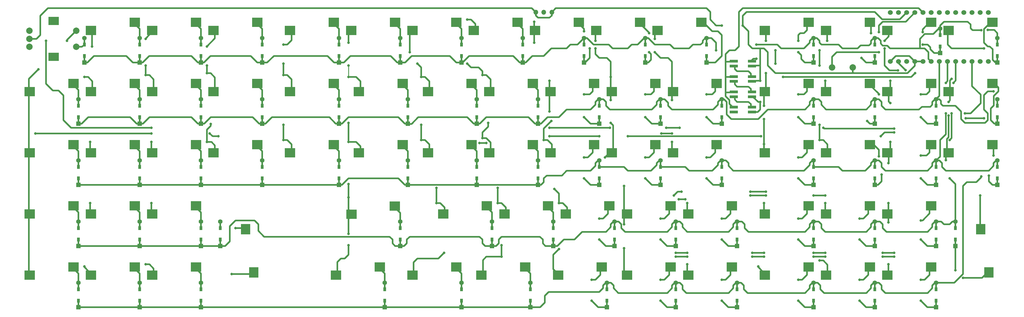
<source format=gbl>
G04 #@! TF.GenerationSoftware,KiCad,Pcbnew,(6.0.0)*
G04 #@! TF.CreationDate,2022-01-02T17:56:38+09:00*
G04 #@! TF.ProjectId,TwENkey,5477454e-6b65-4792-9e6b-696361645f70,rev?*
G04 #@! TF.SameCoordinates,Original*
G04 #@! TF.FileFunction,Copper,L2,Bot*
G04 #@! TF.FilePolarity,Positive*
%FSLAX46Y46*%
G04 Gerber Fmt 4.6, Leading zero omitted, Abs format (unit mm)*
G04 Created by KiCad (PCBNEW (6.0.0)) date 2022-01-02 17:56:38*
%MOMM*%
%LPD*%
G01*
G04 APERTURE LIST*
G04 #@! TA.AperFunction,SMDPad,CuDef*
%ADD10R,3.300000X3.000000*%
G04 #@! TD*
G04 #@! TA.AperFunction,ComponentPad*
%ADD11C,2.000000*%
G04 #@! TD*
G04 #@! TA.AperFunction,ComponentPad*
%ADD12R,3.200000X2.500000*%
G04 #@! TD*
G04 #@! TA.AperFunction,ComponentPad*
%ADD13R,1.397000X1.397000*%
G04 #@! TD*
G04 #@! TA.AperFunction,SMDPad,CuDef*
%ADD14R,0.950000X1.300000*%
G04 #@! TD*
G04 #@! TA.AperFunction,ComponentPad*
%ADD15C,1.397000*%
G04 #@! TD*
G04 #@! TA.AperFunction,SMDPad,CuDef*
%ADD16R,2.500000X0.820000*%
G04 #@! TD*
G04 #@! TA.AperFunction,SMDPad,CuDef*
%ADD17R,3.000000X3.300000*%
G04 #@! TD*
G04 #@! TA.AperFunction,ComponentPad*
%ADD18C,1.524000*%
G04 #@! TD*
G04 #@! TA.AperFunction,ComponentPad*
%ADD19O,1.500000X1.500000*%
G04 #@! TD*
G04 #@! TA.AperFunction,ViaPad*
%ADD20C,0.800000*%
G04 #@! TD*
G04 #@! TA.AperFunction,Conductor*
%ADD21C,0.500000*%
G04 #@! TD*
G04 #@! TA.AperFunction,Conductor*
%ADD22C,1.000000*%
G04 #@! TD*
G04 #@! TA.AperFunction,Conductor*
%ADD23C,0.250000*%
G04 #@! TD*
G04 APERTURE END LIST*
D10*
X40175000Y-45045000D03*
X53775000Y-42505000D03*
X40175000Y-102195000D03*
X53775000Y-99655000D03*
X40175000Y-25995000D03*
X53775000Y-23455000D03*
D11*
X21075000Y-26075000D03*
X21075000Y-31075000D03*
X21075000Y-28575000D03*
D12*
X28575000Y-22975000D03*
X28575000Y-34175000D03*
D11*
X35575000Y-31075000D03*
X35575000Y-26075000D03*
D10*
X40175000Y-83145000D03*
X53775000Y-80605000D03*
X40175000Y-64095000D03*
X53775000Y-61555000D03*
X59225000Y-45045000D03*
X72825000Y-42505000D03*
X59225000Y-25995000D03*
X72825000Y-23455000D03*
X59225000Y-64095000D03*
X72825000Y-61555000D03*
X59225000Y-83145000D03*
X72825000Y-80605000D03*
X78275000Y-45045000D03*
X91875000Y-42505000D03*
X78275000Y-64095000D03*
X91875000Y-61555000D03*
X59225000Y-102195000D03*
X72825000Y-99655000D03*
X102087500Y-45045000D03*
X115687500Y-42505000D03*
X168762500Y-83145000D03*
X182362500Y-80605000D03*
X102087500Y-64095000D03*
X115687500Y-61555000D03*
X149712500Y-83145000D03*
X163312500Y-80605000D03*
X144950000Y-45045000D03*
X158550000Y-42505000D03*
X144950000Y-64095000D03*
X158550000Y-61555000D03*
X102087500Y-25995000D03*
X115687500Y-23455000D03*
X121137500Y-25995000D03*
X134737500Y-23455000D03*
X183050000Y-64095000D03*
X196650000Y-61555000D03*
X187812500Y-83145000D03*
X201412500Y-80605000D03*
X178287500Y-25995000D03*
X191887500Y-23455000D03*
X202100000Y-45045000D03*
X215700000Y-42505000D03*
X159237500Y-25995000D03*
X172837500Y-23455000D03*
X164000000Y-64095000D03*
X177600000Y-61555000D03*
X140187500Y-25995000D03*
X153787500Y-23455000D03*
X206862500Y-83145000D03*
X220462500Y-80605000D03*
X164000000Y-45045000D03*
X177600000Y-42505000D03*
X202100000Y-64095000D03*
X215700000Y-61555000D03*
X183050000Y-45045000D03*
X196650000Y-42505000D03*
X197337500Y-25995000D03*
X210937500Y-23455000D03*
X306875000Y-25995000D03*
X320475000Y-23455000D03*
X306875000Y-45045000D03*
X320475000Y-42505000D03*
X306875000Y-64095000D03*
X320475000Y-61555000D03*
X287825000Y-83145000D03*
X301425000Y-80605000D03*
X287825000Y-25995000D03*
X301425000Y-23455000D03*
X268775000Y-102195000D03*
X282375000Y-99655000D03*
X287825000Y-102195000D03*
X301425000Y-99655000D03*
X140187500Y-102195000D03*
X153787500Y-99655000D03*
X161618750Y-102195000D03*
X175218750Y-99655000D03*
X185431250Y-102195000D03*
X199031250Y-99655000D03*
X206862500Y-102195000D03*
X220462500Y-99655000D03*
D13*
X308967447Y-93106950D03*
D14*
X308967447Y-91071950D03*
D15*
X308967447Y-85486950D03*
D14*
X308967447Y-87521950D03*
X183951717Y-91071950D03*
D13*
X183951717Y-93106950D03*
D14*
X183951717Y-87521950D03*
D15*
X183951717Y-85486950D03*
D13*
X200620481Y-112156966D03*
D14*
X200620481Y-110121966D03*
D15*
X200620481Y-104536966D03*
D14*
X200620481Y-106571966D03*
X138707929Y-72021934D03*
D13*
X138707929Y-74056934D03*
D14*
X138707929Y-68471934D03*
D15*
X138707929Y-66436934D03*
D10*
X21125000Y-102195000D03*
X34725000Y-99655000D03*
D14*
X222051749Y-110121966D03*
D13*
X222051749Y-112156966D03*
D15*
X222051749Y-104536966D03*
D14*
X222051749Y-106571966D03*
D10*
X225912500Y-102195000D03*
X239512500Y-99655000D03*
D11*
X270593980Y-37504719D03*
X277093980Y-37504719D03*
D10*
X78275072Y-25995024D03*
X91875072Y-23455024D03*
D13*
X303014317Y-93106950D03*
D14*
X303014317Y-91071950D03*
X303014317Y-87521950D03*
D15*
X303014317Y-85486950D03*
D10*
X268775000Y-45045000D03*
X282375000Y-42505000D03*
D13*
X303014317Y-74056934D03*
D14*
X303014317Y-72021934D03*
D15*
X303014317Y-66436934D03*
D14*
X303014317Y-68471934D03*
D10*
X21125000Y-83145000D03*
X34725000Y-80605000D03*
D14*
X193476725Y-33921902D03*
D13*
X193476725Y-35956902D03*
D15*
X193476725Y-28336902D03*
D14*
X193476725Y-30371902D03*
D13*
X236339261Y-74056934D03*
D14*
X236339261Y-72021934D03*
X236339261Y-68471934D03*
D15*
X236339261Y-66436934D03*
D10*
X21125000Y-64095000D03*
X34725000Y-61555000D03*
D14*
X93464141Y-72021934D03*
D13*
X93464141Y-74056934D03*
D15*
X93464141Y-66436934D03*
D14*
X93464141Y-68471934D03*
D13*
X264914285Y-74056934D03*
D14*
X264914285Y-72021934D03*
X264914285Y-68471934D03*
D15*
X264914285Y-66436934D03*
D14*
X74414125Y-52971918D03*
D13*
X74414125Y-55006918D03*
D14*
X74414125Y-49421918D03*
D15*
X74414125Y-47386918D03*
D13*
X264914285Y-112156966D03*
D14*
X264914285Y-110121966D03*
D15*
X264914285Y-104536966D03*
D14*
X264914285Y-106571966D03*
D16*
X240037704Y-51351605D03*
X245737704Y-51351605D03*
X245737704Y-49851605D03*
X240037704Y-49851605D03*
D13*
X93464141Y-55006918D03*
D14*
X93464141Y-52971918D03*
D15*
X93464141Y-47386918D03*
D14*
X93464141Y-49421918D03*
D10*
X221150000Y-64095000D03*
X234750000Y-61555000D03*
D14*
X55364109Y-91071950D03*
D13*
X55364109Y-93106950D03*
D15*
X55364109Y-85486950D03*
D14*
X55364109Y-87521950D03*
X179189213Y-72021934D03*
D13*
X179189213Y-74056934D03*
D14*
X179189213Y-68471934D03*
D15*
X179189213Y-66436934D03*
D14*
X283964301Y-33921902D03*
D13*
X283964301Y-35956902D03*
D14*
X283964301Y-30371902D03*
D15*
X283964301Y-28336902D03*
D10*
X123518750Y-64095000D03*
X137118750Y-61555000D03*
X21125000Y-45045000D03*
X34725000Y-42505000D03*
D13*
X231576757Y-35956902D03*
D14*
X231576757Y-33921902D03*
X231576757Y-30371902D03*
D15*
X231576757Y-28336902D03*
D16*
X240037704Y-46589101D03*
X245737704Y-46589101D03*
X245737704Y-45089101D03*
X240037704Y-45089101D03*
D14*
X198239229Y-72021934D03*
D13*
X198239229Y-74056934D03*
D15*
X198239229Y-66436934D03*
D14*
X198239229Y-68471934D03*
D10*
X249725000Y-25995000D03*
X263325000Y-23455000D03*
D14*
X303014317Y-52971918D03*
D13*
X303014317Y-55006918D03*
D15*
X303014317Y-47386918D03*
D14*
X303014317Y-49421918D03*
D10*
X268775000Y-83145000D03*
X282375000Y-80605000D03*
D13*
X212526741Y-35956902D03*
D14*
X212526741Y-33921902D03*
D15*
X212526741Y-28336902D03*
D14*
X212526741Y-30371902D03*
D17*
X316865000Y-87850000D03*
X319405000Y-101350000D03*
D13*
X160139197Y-74056934D03*
D14*
X160139197Y-72021934D03*
X160139197Y-68471934D03*
D15*
X160139197Y-66436934D03*
D10*
X123518750Y-45045000D03*
X137118750Y-42505000D03*
D14*
X236339261Y-52971918D03*
D13*
X236339261Y-55006918D03*
D15*
X236339261Y-47386918D03*
D14*
X236339261Y-49421918D03*
D10*
X249725000Y-64095000D03*
X263325000Y-61555000D03*
D14*
X55364109Y-72021934D03*
D13*
X55364109Y-74056934D03*
D15*
X55364109Y-66436934D03*
D14*
X55364109Y-68471934D03*
X80367255Y-91071950D03*
D13*
X80367255Y-93106950D03*
D15*
X80367255Y-85486950D03*
D14*
X80367255Y-87521950D03*
X136326677Y-91071950D03*
D13*
X136326677Y-93106950D03*
D14*
X136326677Y-87521950D03*
D15*
X136326677Y-85486950D03*
D18*
X291290630Y-35636111D03*
X293830630Y-35636111D03*
X296370630Y-35636111D03*
X298910630Y-35636111D03*
X301450630Y-35636111D03*
X303990630Y-35636111D03*
X306530630Y-35636111D03*
X309070630Y-35636111D03*
X311610630Y-35636111D03*
X314150630Y-35636111D03*
X316690630Y-35636111D03*
X319230630Y-35636111D03*
X319230630Y-20416111D03*
X316690630Y-20416111D03*
X314150630Y-20416111D03*
X311610630Y-20416111D03*
X309070630Y-20416111D03*
X306530630Y-20416111D03*
X303990630Y-20416111D03*
X301450630Y-20416111D03*
X298910630Y-20416111D03*
X296370630Y-20416111D03*
X293830630Y-20416111D03*
X291290630Y-20416111D03*
X288750630Y-20416111D03*
X288750630Y-35636111D03*
D16*
X240037704Y-41826597D03*
X245737704Y-41826597D03*
X245737704Y-40326597D03*
X240037704Y-40326597D03*
D14*
X304204943Y-30945337D03*
D13*
X304204943Y-32980337D03*
D14*
X304204943Y-27395337D03*
D15*
X304204943Y-25360337D03*
D13*
X74414125Y-35956902D03*
D14*
X74414125Y-33921902D03*
D15*
X74414125Y-28336902D03*
D14*
X74414125Y-30371902D03*
D13*
X241101765Y-112156966D03*
D14*
X241101765Y-110121966D03*
D15*
X241101765Y-104536966D03*
D14*
X241101765Y-106571966D03*
X303014317Y-110121966D03*
D13*
X303014317Y-112156966D03*
D15*
X303014317Y-104536966D03*
D14*
X303014317Y-106571966D03*
X36314093Y-52971918D03*
D13*
X36314093Y-55006918D03*
D15*
X36314093Y-47386918D03*
D14*
X36314093Y-49421918D03*
D13*
X264914285Y-55006918D03*
D14*
X264914285Y-52971918D03*
D15*
X264914285Y-47386918D03*
D14*
X264914285Y-49421918D03*
D10*
X249725000Y-102195000D03*
X263325000Y-99655000D03*
D14*
X322064333Y-33921902D03*
D13*
X322064333Y-35956902D03*
D15*
X322064333Y-28336902D03*
D14*
X322064333Y-30371902D03*
D10*
X121187500Y-83185000D03*
X134687500Y-80645000D03*
D14*
X322064333Y-52971918D03*
D13*
X322064333Y-55006918D03*
D15*
X322064333Y-47386918D03*
D14*
X322064333Y-49421918D03*
D13*
X283964301Y-74056934D03*
D14*
X283964301Y-72021934D03*
X283964301Y-68471934D03*
D15*
X283964301Y-66436934D03*
D14*
X138707929Y-52971918D03*
D13*
X138707929Y-55006918D03*
D15*
X138707929Y-47386918D03*
D14*
X138707929Y-49421918D03*
D13*
X155376693Y-35956902D03*
D14*
X155376693Y-33921902D03*
X155376693Y-30371902D03*
D15*
X155376693Y-28336902D03*
D13*
X117276661Y-74056934D03*
D14*
X117276661Y-72021934D03*
X117276661Y-68471934D03*
D15*
X117276661Y-66436934D03*
D14*
X217289245Y-52971918D03*
D13*
X217289245Y-55006918D03*
D15*
X217289245Y-47386918D03*
D14*
X217289245Y-49421918D03*
X164901701Y-91071950D03*
D13*
X164901701Y-93106950D03*
D15*
X164901701Y-85486950D03*
D14*
X164901701Y-87521950D03*
D10*
X216387500Y-25995000D03*
X229987500Y-23455000D03*
D13*
X264914285Y-93106950D03*
D14*
X264914285Y-91071950D03*
D15*
X264914285Y-85486950D03*
D14*
X264914285Y-87521950D03*
D10*
X287825000Y-45045000D03*
X301425000Y-42505000D03*
D14*
X117276661Y-33921902D03*
D13*
X117276661Y-35956902D03*
D15*
X117276661Y-28336902D03*
D14*
X117276661Y-30371902D03*
D13*
X74414125Y-74056934D03*
D14*
X74414125Y-72021934D03*
D15*
X74414125Y-66436934D03*
D14*
X74414125Y-68471934D03*
D13*
X38100032Y-35956902D03*
D14*
X38100032Y-33921902D03*
X38100032Y-30371902D03*
D15*
X38100032Y-28336902D03*
D10*
X268775000Y-64095000D03*
X282375000Y-61555000D03*
D14*
X36314093Y-72021934D03*
D13*
X36314093Y-74056934D03*
D14*
X36314093Y-68471934D03*
D15*
X36314093Y-66436934D03*
D13*
X217289245Y-74056934D03*
D14*
X217289245Y-72021934D03*
X217289245Y-68471934D03*
D15*
X217289245Y-66436934D03*
D10*
X249725000Y-45045000D03*
X263325000Y-42505000D03*
D13*
X283964301Y-112156966D03*
D14*
X283964301Y-110121966D03*
D15*
X283964301Y-104536966D03*
D14*
X283964301Y-106571966D03*
X283964301Y-52971918D03*
D13*
X283964301Y-55006918D03*
D15*
X283964301Y-47386918D03*
D14*
X283964301Y-49421918D03*
X74414125Y-110121966D03*
D13*
X74414125Y-112156966D03*
D14*
X74414125Y-106571966D03*
D15*
X74414125Y-104536966D03*
D13*
X160139197Y-55006918D03*
D14*
X160139197Y-52971918D03*
D15*
X160139197Y-47386918D03*
D14*
X160139197Y-49421918D03*
X55364109Y-110121966D03*
D13*
X55364109Y-112156966D03*
D15*
X55364109Y-104536966D03*
D14*
X55364109Y-106571966D03*
D13*
X241101765Y-93106950D03*
D14*
X241101765Y-91071950D03*
X241101765Y-87521950D03*
D15*
X241101765Y-85486950D03*
D14*
X203001733Y-91071950D03*
D13*
X203001733Y-93106950D03*
D14*
X203001733Y-87521950D03*
D15*
X203001733Y-85486950D03*
D13*
X322064333Y-74056934D03*
D14*
X322064333Y-72021934D03*
D15*
X322064333Y-66436934D03*
D14*
X322064333Y-68471934D03*
X93464141Y-33921902D03*
D13*
X93464141Y-35956902D03*
D15*
X93464141Y-28336902D03*
D14*
X93464141Y-30371902D03*
D10*
X225912500Y-83145000D03*
X239512500Y-80605000D03*
D14*
X198239229Y-52971918D03*
D13*
X198239229Y-55006918D03*
D15*
X198239229Y-47386918D03*
D14*
X198239229Y-49421918D03*
D13*
X174426709Y-35956902D03*
D14*
X174426709Y-33921902D03*
X174426709Y-30371902D03*
D15*
X174426709Y-28336902D03*
D14*
X55364109Y-52971918D03*
D13*
X55364109Y-55006918D03*
D14*
X55364109Y-49421918D03*
D15*
X55364109Y-47386918D03*
D14*
X179189213Y-52971918D03*
D13*
X179189213Y-55006918D03*
D14*
X179189213Y-49421918D03*
D15*
X179189213Y-47386918D03*
D17*
X88265000Y-87850000D03*
X90805000Y-101350000D03*
D13*
X74414125Y-93106950D03*
D14*
X74414125Y-91071950D03*
D15*
X74414125Y-85486950D03*
D14*
X74414125Y-87521950D03*
D19*
X180975152Y-20290642D03*
X183475152Y-20290642D03*
X178475152Y-20290642D03*
D13*
X136326677Y-35956902D03*
D14*
X136326677Y-33921902D03*
X136326677Y-30371902D03*
D15*
X136326677Y-28336902D03*
D14*
X55364109Y-33921902D03*
D13*
X55364109Y-35956902D03*
D15*
X55364109Y-28336902D03*
D14*
X55364109Y-30371902D03*
D13*
X264914285Y-35956902D03*
D14*
X264914285Y-33921902D03*
D15*
X264914285Y-28336902D03*
D14*
X264914285Y-30371902D03*
D10*
X221150000Y-45045000D03*
X234750000Y-42505000D03*
D16*
X240037704Y-37064093D03*
X245737704Y-37064093D03*
X245737704Y-35564093D03*
X240037704Y-35564093D03*
D14*
X131564173Y-110121966D03*
D13*
X131564173Y-112156966D03*
D15*
X131564173Y-104536966D03*
D14*
X131564173Y-106571966D03*
D10*
X249725000Y-83145000D03*
X263325000Y-80605000D03*
X268775000Y-25995000D03*
X282375000Y-23455000D03*
D14*
X36314093Y-91071950D03*
D13*
X36314093Y-93106950D03*
D14*
X36314093Y-87521950D03*
D15*
X36314093Y-85486950D03*
D14*
X222051749Y-91071950D03*
D13*
X222051749Y-93106950D03*
D14*
X222051749Y-87521950D03*
D15*
X222051749Y-85486950D03*
D14*
X283964301Y-91071950D03*
D13*
X283964301Y-93106950D03*
D14*
X283964301Y-87521950D03*
D15*
X283964301Y-85486950D03*
D10*
X116375000Y-102195000D03*
X129975000Y-99655000D03*
D14*
X36314093Y-110121966D03*
D13*
X36314093Y-112156966D03*
D15*
X36314093Y-104536966D03*
D14*
X36314093Y-106571966D03*
X117276661Y-52971918D03*
D13*
X117276661Y-55006918D03*
D15*
X117276661Y-47386918D03*
D14*
X117276661Y-49421918D03*
X176807961Y-110121966D03*
D13*
X176807961Y-112156966D03*
D14*
X176807961Y-106571966D03*
D15*
X176807961Y-104536966D03*
D13*
X155376693Y-112156966D03*
D14*
X155376693Y-110121966D03*
X155376693Y-106571966D03*
D15*
X155376693Y-104536966D03*
D10*
X287825000Y-64095000D03*
X301425000Y-61555000D03*
D20*
X157162368Y-36314032D03*
X260151344Y-32742160D03*
X282773200Y-26789040D03*
X298251312Y-110132720D03*
X279201328Y-110132720D03*
X260151344Y-110132720D03*
X236338864Y-110132720D03*
X217288880Y-91082736D03*
X236338864Y-91082736D03*
X260151344Y-91082736D03*
X279201328Y-91082736D03*
X298251312Y-91082736D03*
X205977952Y-93761640D03*
X319384888Y-71139784D03*
X320873168Y-64889008D03*
X305990368Y-66377288D03*
X285154448Y-65186664D03*
X286047416Y-70842128D03*
X234553322Y-32146902D03*
X319081856Y-25791002D03*
X317003640Y-25896072D03*
X247054895Y-30360963D03*
X320829700Y-44946056D03*
X305990882Y-42267223D03*
X305990882Y-51792231D03*
X307181508Y-60126613D03*
X307776821Y-51792231D03*
X308372134Y-42267223D03*
X307181508Y-72032873D03*
X317047642Y-71437560D03*
X83939133Y-101798523D03*
X193476725Y-26193772D03*
X195262664Y-31551589D03*
X193476725Y-52982857D03*
X193476725Y-45839101D03*
X193476725Y-72032873D03*
X193476725Y-65484430D03*
X198239229Y-84534446D03*
X198239229Y-91082889D03*
X195857977Y-110132905D03*
X195857977Y-103584462D03*
X213717367Y-26789085D03*
X213717367Y-32742215D03*
X212526741Y-45839101D03*
X212526741Y-52982857D03*
X212526741Y-72032873D03*
X212526741Y-65484430D03*
X217289245Y-84534446D03*
X217289245Y-103584462D03*
X217289245Y-110132905D03*
X231576757Y-52982857D03*
X231576757Y-45839101D03*
X231576757Y-65484430D03*
X231576757Y-72032873D03*
X236339261Y-84534446D03*
X236339261Y-103584462D03*
X260151781Y-29170337D03*
X260151781Y-45839101D03*
X260151781Y-52982857D03*
X260151781Y-65484430D03*
X260151781Y-72032873D03*
X260151781Y-84534446D03*
X260151781Y-103584462D03*
X279796640Y-34528096D03*
X285154448Y-45839024D03*
X281582576Y-54173392D03*
X279201797Y-84534446D03*
X279201797Y-103584462D03*
X298841248Y-26486008D03*
X298846624Y-30360912D03*
X298251813Y-45839101D03*
X298251813Y-52982857D03*
X298251813Y-72032873D03*
X298251813Y-64889117D03*
X298251813Y-85129759D03*
X298251813Y-103584462D03*
X311354074Y-102994524D03*
X308967447Y-100607897D03*
X248245521Y-48220353D03*
X236339261Y-24407833D03*
X248245521Y-41671910D03*
X242887704Y-24407833D03*
X296465874Y-39290658D03*
X255389277Y-40481284D03*
X247054895Y-34782341D03*
X293489309Y-38354219D03*
X267890850Y-56300548D03*
X311944012Y-51792231D03*
X201518825Y-56262453D03*
X26193772Y-29170337D03*
X289917431Y-56554735D03*
X223242375Y-56300548D03*
X219075184Y-56300548D03*
X58935987Y-56300548D03*
X182761091Y-56300548D03*
X312241144Y-53280424D03*
X161031896Y-61019480D03*
X77092904Y-58042920D03*
X163115488Y-61019480D03*
X207169023Y-58935888D03*
X198239328Y-58935888D03*
X317896608Y-53280424D03*
X248542760Y-58935888D03*
X289917431Y-57745361D03*
X79771808Y-58935888D03*
X22919512Y-58042920D03*
X182760784Y-58935888D03*
X58935888Y-58042920D03*
X285750240Y-58935987D03*
X182761091Y-51196918D03*
X184249064Y-75306968D03*
X183356404Y-54173483D03*
X23812520Y-38100032D03*
X32742215Y-29170337D03*
X177998587Y-23217207D03*
X177998587Y-29765650D03*
X182761091Y-41671910D03*
X185737656Y-79771942D03*
X185737656Y-94059454D03*
X180975152Y-60126613D03*
X201811107Y-40481284D03*
X38100032Y-99417271D03*
X205978298Y-74414125D03*
X205978298Y-86320385D03*
X40481284Y-30956276D03*
X197048603Y-31551589D03*
X201811107Y-47625040D03*
X197048603Y-29170337D03*
X201811107Y-54768796D03*
X200025168Y-65484430D03*
X38100032Y-40481284D03*
X39885971Y-79771942D03*
X39885971Y-60721926D03*
X57150048Y-98821958D03*
X225623627Y-98821958D03*
X57150048Y-36909406D03*
X57150048Y-28575024D03*
X58935987Y-79771942D03*
X225623627Y-79771942D03*
X220861123Y-47625040D03*
X57150048Y-39885971D03*
X215503306Y-28575024D03*
X220861123Y-60721926D03*
X215503306Y-32742215D03*
X58935987Y-60721926D03*
X250031460Y-39290658D03*
X249436147Y-79771942D03*
X76200064Y-60721926D03*
X76200064Y-30956276D03*
X249436147Y-53578170D03*
X77390560Y-55066360D03*
X85129759Y-87511011D03*
X249436147Y-49410979D03*
X249436147Y-61317239D03*
X76200064Y-36909406D03*
X247650208Y-99417271D03*
X220860752Y-58042920D03*
X253008025Y-32146902D03*
X217586536Y-58042920D03*
X253008025Y-36314093D03*
X250031460Y-29170337D03*
X76200064Y-39290658D03*
X245268956Y-76200064D03*
X266700224Y-36909406D03*
X100012584Y-39885971D03*
X266700224Y-60126613D03*
X266700224Y-97631332D03*
X100012584Y-60126613D03*
X100012584Y-36314093D03*
X250031460Y-76200064D03*
X269081476Y-29170337D03*
X268486163Y-41671910D03*
X100012584Y-55364109D03*
X268486163Y-79771942D03*
X223837688Y-76200064D03*
X266700224Y-32146902D03*
X221456436Y-77390690D03*
X100012584Y-30360963D03*
X266700224Y-55364109D03*
X222988188Y-78581316D03*
X286940866Y-29170337D03*
X120253226Y-89296950D03*
X245268956Y-77390690D03*
X120253226Y-60721926D03*
X120253226Y-40481284D03*
X120253226Y-36909406D03*
X264914285Y-77390690D03*
X120253226Y-54768796D03*
X288131492Y-85725072D03*
X288726805Y-41671910D03*
X291108057Y-38441158D03*
X288726805Y-48572418D03*
X288726805Y-60721926D03*
X250031460Y-77390690D03*
X286940866Y-31551589D03*
X225028314Y-78581316D03*
X288131492Y-79771942D03*
X120253226Y-29765650D03*
X268486163Y-77390690D03*
X120253226Y-92868828D03*
X288131492Y-98821958D03*
X120253226Y-77986003D03*
X120253226Y-73818812D03*
X288131492Y-67270369D03*
X147637624Y-79771942D03*
X139303242Y-32742215D03*
X306840382Y-48220353D03*
X286345553Y-95250080D03*
X289917431Y-95250080D03*
X245864269Y-95250080D03*
X142875120Y-40481284D03*
X317905479Y-31551589D03*
X150018876Y-95250080D03*
X249436147Y-95250080D03*
X142875120Y-55364109D03*
X316706516Y-77390690D03*
X225623627Y-95250080D03*
X147637376Y-75009312D03*
X142875120Y-60126613D03*
X306840382Y-52498987D03*
X307776821Y-41076597D03*
X268486163Y-95250080D03*
X141684494Y-36314093D03*
X264914285Y-95250080D03*
X222051749Y-95250080D03*
X245864269Y-96440706D03*
X166687640Y-75009438D03*
X167878266Y-96440706D03*
X161925136Y-59531300D03*
X225623627Y-96440706D03*
X166687640Y-79771942D03*
X289917431Y-96440706D03*
X264914285Y-96440706D03*
X222051749Y-96440706D03*
X249436147Y-96440706D03*
X163710800Y-54768704D03*
X157162632Y-22621894D03*
X268486163Y-96440706D03*
X286345553Y-96440706D03*
X167878266Y-92868828D03*
X161925136Y-39885971D03*
X285154448Y-26491384D03*
X285154448Y-32742160D03*
D21*
X160734447Y-37504656D02*
X161925136Y-38695345D01*
X158352992Y-37504656D02*
X160734447Y-37504656D01*
X157162368Y-36314032D02*
X158352992Y-37504656D01*
X161925136Y-38695345D02*
X161925136Y-39885971D01*
X262175462Y-35956902D02*
X264914285Y-35956902D01*
X261044312Y-34825752D02*
X262175462Y-35956902D01*
X261044312Y-33635128D02*
X261044312Y-34825752D01*
X260151344Y-32742160D02*
X261044312Y-33635128D01*
X282773200Y-24303200D02*
X281925000Y-23455000D01*
X282773200Y-26789040D02*
X282773200Y-24303200D01*
X285214158Y-104536966D02*
X283964301Y-104536966D01*
X287238221Y-107751653D02*
X286047416Y-106560848D01*
X286047416Y-105370224D02*
X285214158Y-104536966D01*
X300334723Y-107751653D02*
X287238221Y-107751653D01*
X286047416Y-106560848D02*
X286047416Y-105370224D01*
X301823184Y-106263192D02*
X300334723Y-107751653D01*
X302656442Y-104536966D02*
X301823184Y-105370224D01*
X303014317Y-104536966D02*
X302656442Y-104536966D01*
X301823184Y-105370224D02*
X301823184Y-106263192D01*
X300275558Y-112156966D02*
X303014317Y-112156966D01*
X298251312Y-110132720D02*
X300275558Y-112156966D01*
X281225574Y-112156966D02*
X283964301Y-112156966D01*
X279201328Y-110132720D02*
X281225574Y-112156966D01*
X262175590Y-112156966D02*
X264914285Y-112156966D01*
X260151344Y-110132720D02*
X262175590Y-112156966D01*
X238363110Y-112156966D02*
X241101765Y-112156966D01*
X236338864Y-110132720D02*
X238363110Y-112156966D01*
X203001733Y-93106950D02*
X203001733Y-91071950D01*
X219313094Y-93106950D02*
X222051749Y-93106950D01*
X217288880Y-91082736D02*
X219313094Y-93106950D01*
X238363078Y-93106950D02*
X236338864Y-91082736D01*
X238363322Y-93106950D02*
X238363078Y-93106950D01*
X262175558Y-93106950D02*
X264914285Y-93106950D01*
X260151344Y-91082736D02*
X262175558Y-93106950D01*
X281225542Y-93106950D02*
X283964301Y-93106950D01*
X279201328Y-91082736D02*
X281225542Y-93106950D01*
X298251312Y-91082736D02*
X300275526Y-93106950D01*
X300275526Y-93106950D02*
X303014317Y-93106950D01*
X306331997Y-59774733D02*
X306331997Y-63101997D01*
X306331997Y-63101997D02*
X307325000Y-64095000D01*
X322064333Y-28336902D02*
X322064333Y-30371902D01*
X266164174Y-104536966D02*
X264914285Y-104536966D01*
X266997432Y-105370224D02*
X266164174Y-104536966D01*
X266997432Y-106560848D02*
X266997432Y-105370224D01*
X281284739Y-107751653D02*
X268188237Y-107751653D01*
X268188237Y-107751653D02*
X266997432Y-106560848D01*
X282773200Y-106263192D02*
X281284739Y-107751653D01*
X282773200Y-105370224D02*
X282773200Y-106263192D01*
X283606458Y-104536966D02*
X282773200Y-105370224D01*
X283964301Y-104536966D02*
X283606458Y-104536966D01*
X242351694Y-104536966D02*
X241101765Y-104536966D01*
X244375757Y-107751653D02*
X243184952Y-106560848D01*
X243184952Y-106560848D02*
X243184952Y-105370224D01*
X263723216Y-105370224D02*
X263723216Y-106263192D01*
X243184952Y-105370224D02*
X242351694Y-104536966D01*
X264556474Y-104536966D02*
X263723216Y-105370224D01*
X262234755Y-107751653D02*
X244375757Y-107751653D01*
X264914285Y-104536966D02*
X264556474Y-104536966D01*
X263723216Y-106263192D02*
X262234755Y-107751653D01*
X224134968Y-105370224D02*
X223301710Y-104536966D01*
X225325773Y-107751653D02*
X224134968Y-106560848D01*
X238422275Y-107751653D02*
X225325773Y-107751653D01*
X239910736Y-106263192D02*
X238422275Y-107751653D01*
X240743994Y-104536966D02*
X239910736Y-105370224D01*
X241101765Y-104536966D02*
X240743994Y-104536966D01*
X239910736Y-105370224D02*
X239910736Y-106263192D01*
X223301710Y-104536966D02*
X222051749Y-104536966D01*
X224134968Y-106560848D02*
X224134968Y-105370224D01*
X221694010Y-104536966D02*
X222051749Y-104536966D01*
X219372291Y-107751653D02*
X220860752Y-106263192D01*
X204192197Y-107751653D02*
X219372291Y-107751653D01*
X202703736Y-106263192D02*
X204192197Y-107751653D01*
X220860752Y-105370224D02*
X221694010Y-104536966D01*
X202703736Y-105370224D02*
X202703736Y-106263192D01*
X201870478Y-104536966D02*
X202703736Y-105370224D01*
X200620481Y-104536966D02*
X201870478Y-104536966D01*
X220860752Y-106263192D02*
X220860752Y-105370224D01*
X219313306Y-112156966D02*
X217289245Y-110132905D01*
X222051749Y-112156966D02*
X219313306Y-112156966D01*
X197882038Y-112156966D02*
X195857977Y-110132905D01*
X200620481Y-112156966D02*
X197882038Y-112156966D01*
X179843570Y-112156966D02*
X176807961Y-112156966D01*
X181272504Y-108644440D02*
X181272504Y-110728032D01*
X198238896Y-107453816D02*
X182463128Y-107453816D01*
X199429520Y-105370224D02*
X199429520Y-106263192D01*
X182463128Y-107453816D02*
X181272504Y-108644440D01*
X200262778Y-104536966D02*
X199429520Y-105370224D01*
X181272504Y-110728032D02*
X179843570Y-112156966D01*
X199429520Y-106263192D02*
X198238896Y-107453816D01*
X200620481Y-104536966D02*
X200262778Y-104536966D01*
X155376693Y-112156966D02*
X176807961Y-112156966D01*
X131564173Y-112156966D02*
X155376693Y-112156966D01*
X74414125Y-112156966D02*
X131564173Y-112156966D01*
X55364109Y-112156966D02*
X74414125Y-112156966D01*
X36314093Y-112156966D02*
X55364109Y-112156966D01*
X74414125Y-93106950D02*
X80367255Y-93106950D01*
X55364109Y-93106950D02*
X74414125Y-93106950D01*
X36314093Y-93106950D02*
X55364109Y-93106950D01*
X134778790Y-93106950D02*
X136326677Y-93106950D01*
X133945200Y-92273360D02*
X134778790Y-93106950D01*
X133945200Y-91082736D02*
X133945200Y-92273360D01*
X133052232Y-90189768D02*
X133945200Y-91082736D01*
X94059296Y-90189768D02*
X133052232Y-90189768D01*
X91082736Y-85129616D02*
X92273360Y-86320240D01*
X85129902Y-85129616D02*
X91082736Y-85129616D01*
X92273360Y-88403832D02*
X94059296Y-90189768D01*
X83343820Y-91677908D02*
X83343820Y-86915698D01*
X92273360Y-86320240D02*
X92273360Y-88403832D01*
X81914778Y-93106950D02*
X83343820Y-91677908D01*
X80367255Y-93106950D02*
X81914778Y-93106950D01*
X83343820Y-86915698D02*
X85129902Y-85129616D01*
X162758454Y-93106950D02*
X164901701Y-93106950D01*
X161924864Y-92273360D02*
X162758454Y-93106950D01*
X161924864Y-91082736D02*
X161924864Y-92273360D01*
X139303008Y-90189768D02*
X161031896Y-90189768D01*
X138410040Y-92273360D02*
X138410040Y-91082736D01*
X137576450Y-93106950D02*
X138410040Y-92273360D01*
X138410040Y-91082736D02*
X139303008Y-90189768D01*
X161031896Y-90189768D02*
X161924864Y-91082736D01*
X136326677Y-93106950D02*
X137576450Y-93106950D01*
X181510782Y-93106950D02*
X183951717Y-93106950D01*
X180677192Y-92273360D02*
X181510782Y-93106950D01*
X180677192Y-91082736D02*
X180677192Y-92273360D01*
X179784224Y-90189768D02*
X180677192Y-91082736D01*
X167877984Y-90189768D02*
X179784224Y-90189768D01*
X166985016Y-91082736D02*
X167877984Y-90189768D01*
X166985016Y-92273360D02*
X166985016Y-91082736D01*
X166151426Y-93106950D02*
X166985016Y-92273360D01*
X164901701Y-93106950D02*
X166151426Y-93106950D01*
X190500313Y-91082736D02*
X187225624Y-91082736D01*
X192881412Y-88701637D02*
X190500313Y-91082736D01*
X185201410Y-93106950D02*
X187225624Y-91082736D01*
X183951717Y-93106950D02*
X185201410Y-93106950D01*
X201810768Y-87213208D02*
X200322339Y-88701637D01*
X201810768Y-86320240D02*
X201810768Y-87213208D01*
X202644058Y-85486950D02*
X201810768Y-86320240D01*
X200322339Y-88701637D02*
X192881412Y-88701637D01*
X203001733Y-85486950D02*
X202644058Y-85486950D01*
X221694042Y-85486950D02*
X222051749Y-85486950D01*
X220860752Y-87213208D02*
X220860752Y-86320240D01*
X219372323Y-88701637D02*
X220860752Y-87213208D01*
X205084984Y-87510864D02*
X206275757Y-88701637D01*
X206275757Y-88701637D02*
X219372323Y-88701637D01*
X205084984Y-86320240D02*
X205084984Y-87510864D01*
X204251694Y-85486950D02*
X205084984Y-86320240D01*
X203001733Y-85486950D02*
X204251694Y-85486950D01*
X220860752Y-86320240D02*
X221694042Y-85486950D01*
X205977952Y-100905384D02*
X205977952Y-93761640D01*
X207267568Y-102195000D02*
X205977952Y-100905384D01*
X207312500Y-102195000D02*
X207267568Y-102195000D01*
X200263290Y-93106950D02*
X198239229Y-91082889D01*
X203001733Y-93106950D02*
X200263290Y-93106950D01*
X240744026Y-85486950D02*
X241101765Y-85486950D01*
X239910736Y-86320240D02*
X240744026Y-85486950D01*
X238422307Y-88701637D02*
X239910736Y-87213208D01*
X224134968Y-87213208D02*
X225623397Y-88701637D01*
X225623397Y-88701637D02*
X238422307Y-88701637D01*
X224134968Y-86320240D02*
X224134968Y-87213208D01*
X223301678Y-85486950D02*
X224134968Y-86320240D01*
X239910736Y-87213208D02*
X239910736Y-86320240D01*
X222051749Y-85486950D02*
X223301678Y-85486950D01*
X241101765Y-93106950D02*
X238363322Y-93106950D01*
X264556506Y-85486950D02*
X264914285Y-85486950D01*
X263723216Y-87213208D02*
X263723216Y-86320240D01*
X244673381Y-88701637D02*
X262234787Y-88701637D01*
X263723216Y-86320240D02*
X264556506Y-85486950D01*
X243482608Y-87510864D02*
X244673381Y-88701637D01*
X243482608Y-86320240D02*
X243482608Y-87510864D01*
X242649318Y-85486950D02*
X243482608Y-86320240D01*
X241101765Y-85486950D02*
X242649318Y-85486950D01*
X262234787Y-88701637D02*
X263723216Y-87213208D01*
X283606490Y-85486950D02*
X283964301Y-85486950D01*
X282773200Y-86320240D02*
X283606490Y-85486950D01*
X282773200Y-87213208D02*
X282773200Y-86320240D01*
X266461798Y-85486950D02*
X267295088Y-86320240D01*
X267295088Y-86320240D02*
X267295088Y-87510864D01*
X281284771Y-88701637D02*
X282773200Y-87213208D01*
X264914285Y-85486950D02*
X266461798Y-85486950D01*
X268485861Y-88701637D02*
X281284771Y-88701637D01*
X267295088Y-87510864D02*
X268485861Y-88701637D01*
X286345072Y-86320240D02*
X285511782Y-85486950D01*
X286345072Y-87510864D02*
X286345072Y-86320240D01*
X301823184Y-87213208D02*
X300334755Y-88701637D01*
X300334755Y-88701637D02*
X287535845Y-88701637D01*
X287535845Y-88701637D02*
X286345072Y-87510864D01*
X302656474Y-85486950D02*
X301823184Y-86320240D01*
X303014317Y-85486950D02*
X302656474Y-85486950D01*
X301823184Y-86320240D02*
X301823184Y-87213208D01*
X285511782Y-85486950D02*
X283964301Y-85486950D01*
X308014282Y-85486950D02*
X307180992Y-86320240D01*
X308967447Y-85486950D02*
X308014282Y-85486950D01*
X305395056Y-86320240D02*
X307180992Y-86320240D01*
X304561766Y-85486950D02*
X305395056Y-86320240D01*
X303014317Y-85486950D02*
X304561766Y-85486950D01*
X320516102Y-74056934D02*
X322064333Y-74056934D01*
X319384888Y-72925720D02*
X320516102Y-74056934D01*
X319384888Y-71139784D02*
X319384888Y-72925720D01*
X320873168Y-62403168D02*
X320873168Y-64889008D01*
X320025000Y-61555000D02*
X320873168Y-62403168D01*
X303966422Y-66436934D02*
X303014317Y-66436934D01*
X304799744Y-67270256D02*
X303966422Y-66436934D01*
X304799744Y-68460880D02*
X304799744Y-67270256D01*
X320873168Y-68163224D02*
X319384771Y-69651621D01*
X320873168Y-67270256D02*
X320873168Y-68163224D01*
X305990485Y-69651621D02*
X304799744Y-68460880D01*
X321706490Y-66436934D02*
X320873168Y-67270256D01*
X322064333Y-66436934D02*
X321706490Y-66436934D01*
X319384771Y-69651621D02*
X305990485Y-69651621D01*
X305990368Y-65429632D02*
X307325000Y-64095000D01*
X305990368Y-66377288D02*
X305990368Y-65429632D01*
X303014317Y-74056934D02*
X300275874Y-74056934D01*
X300275874Y-74056934D02*
X298251813Y-72032873D01*
X300334787Y-69651621D02*
X287238157Y-69651621D01*
X301823184Y-68163224D02*
X300334787Y-69651621D01*
X301823184Y-67270256D02*
X301823184Y-68163224D01*
X285214094Y-66436934D02*
X283964301Y-66436934D01*
X286047416Y-68460880D02*
X286047416Y-67270256D01*
X302656506Y-66436934D02*
X301823184Y-67270256D01*
X286047416Y-67270256D02*
X285214094Y-66436934D01*
X303014317Y-66436934D02*
X302656506Y-66436934D01*
X287238157Y-69651621D02*
X286047416Y-68460880D01*
X285154448Y-65186664D02*
X285154448Y-63103072D01*
X285154448Y-63103072D02*
X283606376Y-61555000D01*
X283606376Y-61555000D02*
X281925000Y-61555000D01*
X284916202Y-74056934D02*
X283964301Y-74056934D01*
X286047416Y-70842128D02*
X286047416Y-72925720D01*
X286047416Y-72925720D02*
X284916202Y-74056934D01*
X272664293Y-68471934D02*
X264914285Y-68471934D01*
X273843980Y-69651621D02*
X272664293Y-68471934D01*
X280987147Y-69651621D02*
X273843980Y-69651621D01*
X282773200Y-67865568D02*
X280987147Y-69651621D01*
X282773200Y-67270256D02*
X282773200Y-67865568D01*
X283606522Y-66436934D02*
X282773200Y-67270256D01*
X283964301Y-66436934D02*
X283606522Y-66436934D01*
X262175842Y-74056934D02*
X260151781Y-72032873D01*
X264914285Y-74056934D02*
X262175842Y-74056934D01*
X237589134Y-66436934D02*
X236339261Y-66436934D01*
X238422456Y-67270256D02*
X237589134Y-66436934D01*
X263723216Y-67270256D02*
X263723216Y-67865568D01*
X261937163Y-69651621D02*
X239910853Y-69651621D01*
X239910853Y-69651621D02*
X238422456Y-68163224D01*
X238422456Y-68163224D02*
X238422456Y-67270256D01*
X264556538Y-66436934D02*
X263723216Y-67270256D01*
X263723216Y-67865568D02*
X261937163Y-69651621D01*
X264914285Y-66436934D02*
X264556538Y-66436934D01*
X233600818Y-74056934D02*
X231576757Y-72032873D01*
X236339261Y-74056934D02*
X233600818Y-74056934D01*
X225028314Y-68460995D02*
X225017375Y-68471934D01*
X225017375Y-68471934D02*
X217289245Y-68471934D01*
X235148240Y-67270256D02*
X235148240Y-67865568D01*
X235981562Y-66436934D02*
X235148240Y-67270256D01*
X226218940Y-69651621D02*
X225028314Y-68460995D01*
X236339261Y-66436934D02*
X235981562Y-66436934D01*
X235148240Y-67865568D02*
X233362187Y-69651621D01*
X233362187Y-69651621D02*
X226218940Y-69651621D01*
X214550802Y-74056934D02*
X212526741Y-72032873D01*
X217289245Y-74056934D02*
X214550802Y-74056934D01*
X205967359Y-68471934D02*
X198239229Y-68471934D01*
X214312203Y-69651621D02*
X207147046Y-69651621D01*
X216098256Y-67865568D02*
X214312203Y-69651621D01*
X216098256Y-67270256D02*
X216098256Y-67865568D01*
X216931578Y-66436934D02*
X216098256Y-67270256D01*
X217289245Y-66436934D02*
X216931578Y-66436934D01*
X207147046Y-69651621D02*
X205967359Y-68471934D01*
X35575000Y-31075000D02*
X37396934Y-31075000D01*
X37396934Y-31075000D02*
X38100032Y-30371902D01*
X38100032Y-28336902D02*
X38100032Y-30371902D01*
X212526741Y-28336902D02*
X213479245Y-28336902D01*
X191441725Y-30371902D02*
X189298595Y-30371902D01*
X305395056Y-23217168D02*
X312836456Y-23217168D01*
X287822629Y-30669291D02*
X286355795Y-30669291D01*
X288704927Y-31551589D02*
X287822629Y-30669291D01*
X264557094Y-28336902D02*
X263723659Y-29170337D01*
X155376693Y-35956902D02*
X155733884Y-35956902D01*
X189298595Y-30371902D02*
X188118908Y-31551589D01*
X226218940Y-31551589D02*
X227398627Y-30371902D01*
X312836456Y-23217168D02*
X313729424Y-24110136D01*
X263723659Y-29765650D02*
X261937720Y-31551589D01*
X194429229Y-28336902D02*
X196464229Y-30371902D01*
X55364109Y-35956902D02*
X56294735Y-35956902D01*
X136326677Y-35956902D02*
X136326677Y-33921902D01*
X229779879Y-30371902D02*
X227398627Y-30371902D01*
X153828876Y-35956902D02*
X151793876Y-33921902D01*
X301450630Y-35636111D02*
X300633065Y-34818546D01*
X264914285Y-28336902D02*
X264557094Y-28336902D01*
X183356404Y-31551589D02*
X180975152Y-33932841D01*
X212526741Y-28336902D02*
X212526741Y-30371902D01*
X283606586Y-28336902D02*
X282773200Y-29170288D01*
X286355795Y-30669291D02*
X285749760Y-30063256D01*
X264914285Y-28336902D02*
X264914285Y-30371902D01*
X321065754Y-25791002D02*
X322064333Y-26789581D01*
X56294735Y-35956902D02*
X58329735Y-33921902D01*
X282177627Y-30658829D02*
X279499245Y-30658829D01*
X55364109Y-35956902D02*
X53242857Y-35956902D01*
X272664293Y-30371902D02*
X273843980Y-31551589D01*
X220254871Y-30371902D02*
X221434558Y-31551589D01*
X136326677Y-35956902D02*
X135396051Y-35956902D01*
X38100032Y-35956902D02*
X39052536Y-35956902D01*
X231576757Y-28336902D02*
X231576757Y-30371902D01*
X93464141Y-35956902D02*
X94990080Y-35956902D01*
X171461083Y-33921902D02*
X157768884Y-33921902D01*
X266700224Y-29765650D02*
X267306476Y-30371902D01*
X212526741Y-28336902D02*
X212169550Y-28336902D01*
X118824478Y-35956902D02*
X120859478Y-33921902D01*
X231219566Y-28336902D02*
X230386131Y-29170337D01*
X174426709Y-35956902D02*
X174426709Y-33921902D01*
X39052536Y-35956902D02*
X41087536Y-33921902D01*
X215514245Y-30371902D02*
X220254871Y-30371902D01*
X212169550Y-28336902D02*
X212169550Y-28393594D01*
X253603338Y-30360963D02*
X247054895Y-30360963D01*
X155376693Y-35956902D02*
X153828876Y-35956902D01*
X188118908Y-31551589D02*
X183356404Y-31551589D01*
X151793876Y-33921902D02*
X139887616Y-33921902D01*
X117276661Y-35956902D02*
X118824478Y-35956902D01*
X207168924Y-31551589D02*
X208348611Y-30371902D01*
X73483499Y-35956902D02*
X71448499Y-33921902D01*
X193476725Y-28336902D02*
X194429229Y-28336902D01*
X234553322Y-29765650D02*
X233124574Y-28336902D01*
X75344751Y-35956902D02*
X77379751Y-33921902D01*
X155733884Y-35956902D02*
X157768884Y-33921902D01*
X304204943Y-25360337D02*
X304204943Y-27395337D01*
X173496083Y-35956902D02*
X171461083Y-33921902D01*
X299442439Y-31551589D02*
X297953709Y-31551589D01*
X302109623Y-27075479D02*
X299453153Y-27075479D01*
X212169550Y-28393594D02*
X210191242Y-30371902D01*
X97025080Y-33921902D02*
X113715722Y-33921902D01*
X282773200Y-30063256D02*
X282177627Y-30658829D01*
X136326677Y-35956902D02*
X137852616Y-35956902D01*
X297953656Y-31551536D02*
X297953709Y-31551589D01*
X264914285Y-28336902D02*
X265866789Y-28336902D01*
X133361051Y-33921902D02*
X135396051Y-35956902D01*
X174426709Y-35956902D02*
X175357335Y-35956902D01*
X180964213Y-33921902D02*
X177392335Y-33921902D01*
X284916374Y-28336902D02*
X283964301Y-28336902D01*
X202384542Y-31551589D02*
X207168924Y-31551589D01*
X273843980Y-31551589D02*
X278606484Y-31551589D01*
X278606484Y-31551589D02*
X279499245Y-30658829D01*
X53242857Y-35956902D02*
X51207857Y-33921902D01*
X254793964Y-31551589D02*
X253603338Y-30360963D01*
X196464229Y-30371902D02*
X201204855Y-30371902D01*
X314324736Y-25896072D02*
X317003640Y-25896072D01*
X303824765Y-25360337D02*
X302109623Y-27075479D01*
X265866789Y-28336902D02*
X266700224Y-29170337D01*
X137852616Y-35956902D02*
X139887616Y-33921902D01*
X297953709Y-31551589D02*
X288704927Y-31551589D01*
X313729424Y-24110136D02*
X313729424Y-25300760D01*
X304204943Y-24407281D02*
X305395056Y-23217168D01*
X285749760Y-29170288D02*
X284916374Y-28336902D01*
X74414125Y-35956902D02*
X73483499Y-35956902D01*
X283964301Y-28336902D02*
X283964301Y-30371902D01*
X282773200Y-29170288D02*
X282773200Y-30063256D01*
X193476725Y-28336902D02*
X191441725Y-30371902D01*
X94990080Y-35956902D02*
X97025080Y-33921902D01*
X297953656Y-28574976D02*
X297953656Y-31551536D01*
X51207857Y-33921902D02*
X41087536Y-33921902D01*
X322064333Y-26789581D02*
X322064333Y-28336902D01*
X117276661Y-33921902D02*
X117276661Y-35956902D01*
X155376693Y-33921902D02*
X155376693Y-35956902D01*
X38100032Y-35956902D02*
X38100032Y-33921902D01*
X210191242Y-30371902D02*
X208348611Y-30371902D01*
X231576757Y-28336902D02*
X231219566Y-28336902D01*
X304204943Y-25360337D02*
X303824765Y-25360337D01*
X93464141Y-35956902D02*
X93464141Y-33921902D01*
X213479245Y-28336902D02*
X215514245Y-30371902D01*
X71448499Y-33921902D02*
X58329735Y-33921902D01*
X74414125Y-35956902D02*
X75344751Y-35956902D01*
X89881324Y-33921902D02*
X77379751Y-33921902D01*
X174426709Y-35956902D02*
X173496083Y-35956902D01*
X55364109Y-35956902D02*
X55364109Y-33921902D01*
X300633065Y-34818546D02*
X300633065Y-32742215D01*
X93464141Y-35956902D02*
X91916324Y-35956902D01*
X285749760Y-30063256D02*
X285749760Y-29170288D01*
X201204855Y-30371902D02*
X202384542Y-31551589D01*
X133361051Y-33921902D02*
X120859478Y-33921902D01*
X254793964Y-31551589D02*
X261937720Y-31551589D01*
X304204943Y-25360337D02*
X304204943Y-24407281D01*
X319081856Y-25791002D02*
X321065754Y-25791002D01*
X300633065Y-32742215D02*
X299442439Y-31551589D01*
X193476725Y-28336902D02*
X193476725Y-30371902D01*
X283964301Y-28336902D02*
X283606586Y-28336902D01*
X91916324Y-35956902D02*
X89881324Y-33921902D01*
X117276661Y-35956902D02*
X115750722Y-35956902D01*
X230386131Y-29170337D02*
X230386131Y-29765650D01*
X115750722Y-35956902D02*
X113715722Y-33921902D01*
X221434558Y-31551589D02*
X226218940Y-31551589D01*
X266700224Y-29170337D02*
X266700224Y-29765650D01*
X267306476Y-30371902D02*
X272664293Y-30371902D01*
X233124574Y-28336902D02*
X231576757Y-28336902D01*
X299453153Y-27075479D02*
X297953656Y-28574976D01*
X74414125Y-35956902D02*
X74414125Y-33921902D01*
X263723659Y-29170337D02*
X263723659Y-29765650D01*
X230386131Y-29765650D02*
X229779879Y-30371902D01*
X313729424Y-25300760D02*
X314324736Y-25896072D01*
X175357335Y-35956902D02*
X177392335Y-33921902D01*
X234553322Y-32146902D02*
X234553322Y-29765650D01*
X34275000Y-42505000D02*
X36314093Y-44544093D01*
X36314093Y-47386918D02*
X36314093Y-49421918D01*
X36314093Y-44544093D02*
X36314093Y-47386918D01*
X216098256Y-49113240D02*
X216098256Y-48220272D01*
X236339261Y-47386918D02*
X235981594Y-47386918D01*
X201513197Y-50601605D02*
X214609891Y-50601605D01*
X74414125Y-55006918D02*
X73461590Y-55006918D01*
X236339261Y-47386918D02*
X236339261Y-49421918D01*
X304502088Y-47922616D02*
X304502088Y-48815584D01*
X200322488Y-49410896D02*
X201513197Y-50601605D01*
X233659875Y-50601605D02*
X220860837Y-50601605D01*
X297678378Y-50601605D02*
X298560200Y-49719784D01*
X74414125Y-55006918D02*
X74414125Y-52971918D01*
X36314093Y-55006918D02*
X37266442Y-55006918D01*
X247650208Y-53578170D02*
X239315514Y-53578170D01*
X93464141Y-55006918D02*
X94416394Y-55006918D01*
X55364109Y-55006918D02*
X54411606Y-55006918D01*
X197048272Y-49113240D02*
X195559907Y-50601605D01*
X55364109Y-55006918D02*
X55364109Y-52971918D01*
X298560200Y-49719784D02*
X301216640Y-49719784D01*
X216931610Y-47386918D02*
X217289245Y-47386918D01*
X185748595Y-52971918D02*
X182176322Y-52971918D01*
X303990630Y-46410605D02*
X303014317Y-47386918D01*
X235148240Y-49113240D02*
X233659875Y-50601605D01*
X301823184Y-49113240D02*
X301823184Y-48220272D01*
X283606554Y-47386918D02*
X282773200Y-48220272D01*
X74414125Y-55006918D02*
X75366410Y-55006918D01*
X197048272Y-48220272D02*
X197048272Y-49113240D01*
X266461734Y-47386918D02*
X267295088Y-48220272D01*
X163126338Y-52971918D02*
X176201502Y-52971918D01*
X267295088Y-49113240D02*
X268783453Y-50601605D01*
X137755286Y-55006918D02*
X135731136Y-52982768D01*
X135731136Y-52982768D02*
X120253024Y-52982768D01*
X250626773Y-50601605D02*
X247650208Y-53578170D01*
X160139197Y-55006918D02*
X159186518Y-55006918D01*
X286047416Y-48220272D02*
X286047416Y-49410896D01*
X216098256Y-48220272D02*
X216931610Y-47386918D01*
X301216640Y-49719784D02*
X301823184Y-49113240D01*
X319087232Y-44946056D02*
X320829700Y-44946056D01*
X179189213Y-52971918D02*
X179189213Y-55006918D01*
X267295088Y-48220272D02*
X267295088Y-49113240D01*
X179189213Y-55006918D02*
X180141322Y-55006918D01*
X71437440Y-52982768D02*
X58340576Y-52982768D01*
X138707929Y-55006918D02*
X137755286Y-55006918D01*
X301823184Y-48220272D02*
X302656538Y-47386918D01*
X217289245Y-47386918D02*
X217289245Y-49421918D01*
X283964301Y-47386918D02*
X283606554Y-47386918D01*
X161091338Y-55006918D02*
X163126338Y-52971918D01*
X237827144Y-48220272D02*
X236993790Y-47386918D01*
X160139197Y-55006918D02*
X160139197Y-52971918D01*
X37266442Y-55006918D02*
X39290592Y-52982768D01*
X198239229Y-47386918D02*
X198239229Y-49421918D01*
X281284835Y-50601605D02*
X268783453Y-50601605D01*
X92511574Y-55006918D02*
X90487424Y-52982768D01*
X262234851Y-50601605D02*
X250626773Y-50601605D01*
X237827144Y-52089800D02*
X237827144Y-48220272D01*
X218539118Y-47386918D02*
X217289245Y-47386918D01*
X285214062Y-47386918D02*
X286047416Y-48220272D01*
X195559907Y-50601605D02*
X188118908Y-50601605D01*
X264914285Y-47386918D02*
X264556570Y-47386918D01*
X282773200Y-49113240D02*
X281284835Y-50601605D01*
X317896608Y-46136680D02*
X319087232Y-44946056D01*
X264914285Y-47386918D02*
X266461734Y-47386918D01*
X283964301Y-47386918D02*
X285214062Y-47386918D01*
X235981594Y-47386918D02*
X235148240Y-48220272D01*
X93464141Y-55006918D02*
X93464141Y-52971918D01*
X180141322Y-55006918D02*
X182176322Y-52971918D01*
X308978386Y-49421918D02*
X310753386Y-51196918D01*
X310753386Y-51196918D02*
X310753386Y-53578170D01*
X303014317Y-47386918D02*
X303014317Y-49421918D01*
X219670128Y-48517928D02*
X218539118Y-47386918D01*
X157162368Y-52982768D02*
X141981912Y-52982768D01*
X55364109Y-55006918D02*
X56316426Y-55006918D01*
X322064333Y-47386918D02*
X322064333Y-49421918D01*
X178236502Y-55006918D02*
X176201502Y-52971918D01*
X141981912Y-52982768D02*
X139898320Y-55066360D01*
X197881626Y-47386918D02*
X197048272Y-48220272D01*
X319087232Y-51792144D02*
X317896608Y-50601520D01*
X239315514Y-53578170D02*
X237827144Y-52089800D01*
X75366410Y-55006918D02*
X77390560Y-52982768D01*
X117276661Y-55006918D02*
X116324054Y-55006918D01*
X138767371Y-55066360D02*
X138707929Y-55006918D01*
X305108422Y-49421918D02*
X308978386Y-49421918D01*
X52387456Y-52982768D02*
X39290592Y-52982768D01*
X263723216Y-48220272D02*
X263723216Y-49113240D01*
X117276661Y-55006918D02*
X118228874Y-55006918D01*
X116324054Y-55006918D02*
X114299904Y-52982768D01*
X36314093Y-55006918D02*
X36314093Y-52971918D01*
X287238125Y-50601605D02*
X297678378Y-50601605D01*
X319087232Y-53875736D02*
X319087232Y-51792144D01*
X286047416Y-49410896D02*
X287238125Y-50601605D01*
X236993790Y-47386918D02*
X236339261Y-47386918D01*
X114299904Y-52982768D02*
X96440544Y-52982768D01*
X304502088Y-48815584D02*
X305108422Y-49421918D01*
X199489134Y-47386918D02*
X200322488Y-48220272D01*
X303990630Y-35636111D02*
X303990630Y-46410605D01*
X94416394Y-55006918D02*
X96440544Y-52982768D01*
X159186518Y-55006918D02*
X157162368Y-52982768D01*
X198239229Y-47386918D02*
X197881626Y-47386918D01*
X54411606Y-55006918D02*
X52387456Y-52982768D01*
X219670128Y-49410896D02*
X219670128Y-48517928D01*
X310753386Y-53578170D02*
X311944012Y-54768796D01*
X302656538Y-47386918D02*
X303014317Y-47386918D01*
X264556570Y-47386918D02*
X263723216Y-48220272D01*
X317896608Y-50601520D02*
X317896608Y-46136680D01*
X264914285Y-49421918D02*
X264914285Y-47386918D01*
X56316426Y-55006918D02*
X58340576Y-52982768D01*
X73461590Y-55006918D02*
X71437440Y-52982768D01*
X235148240Y-48220272D02*
X235148240Y-49113240D01*
X93464141Y-55006918D02*
X92511574Y-55006918D01*
X263723216Y-49113240D02*
X262234851Y-50601605D01*
X220860837Y-50601605D02*
X219670128Y-49410896D01*
X198239229Y-47386918D02*
X199489134Y-47386918D01*
X311944012Y-54768796D02*
X318194172Y-54768796D01*
X214609891Y-50601605D02*
X216098256Y-49113240D01*
X179189213Y-55006918D02*
X178236502Y-55006918D01*
X118228874Y-55006918D02*
X120253024Y-52982768D01*
X90487424Y-52982768D02*
X77390560Y-52982768D01*
X200322488Y-48220272D02*
X200322488Y-49410896D01*
X117276661Y-55006918D02*
X117276661Y-52971918D01*
X283964301Y-47386918D02*
X283964301Y-49421918D01*
X303014317Y-47386918D02*
X303966390Y-47386918D01*
X139898320Y-55066360D02*
X138767371Y-55066360D01*
X318194172Y-54768796D02*
X319087232Y-53875736D01*
X160139197Y-55006918D02*
X161091338Y-55006918D01*
X188118908Y-50601605D02*
X185748595Y-52971918D01*
X282773200Y-48220272D02*
X282773200Y-49113240D01*
X138707929Y-55006918D02*
X138707929Y-52971918D01*
X303966390Y-47386918D02*
X304502088Y-47922616D01*
X36314093Y-63594093D02*
X34275000Y-61555000D01*
X36314093Y-68471934D02*
X36314093Y-66436934D01*
X36314093Y-66436934D02*
X36314093Y-63594093D01*
X197048272Y-68163224D02*
X195559875Y-69651621D01*
X283964301Y-68471934D02*
X283964301Y-66436934D01*
X120253024Y-72032752D02*
X135731136Y-72032752D01*
X306530630Y-35636111D02*
X306530630Y-41727475D01*
X117276661Y-72021934D02*
X117276661Y-74056934D01*
X160139197Y-74056934D02*
X160139197Y-72021934D01*
X188118908Y-69651621D02*
X186630529Y-71140001D01*
X138707929Y-74056934D02*
X137755318Y-74056934D01*
X198239229Y-66436934D02*
X198239229Y-68471934D01*
X306530630Y-41727475D02*
X305990882Y-42267223D01*
X180974848Y-73223376D02*
X180974848Y-72032752D01*
X305990882Y-51792231D02*
X305990882Y-58340674D01*
X186630312Y-71139784D02*
X186630529Y-71140001D01*
X304204943Y-60126613D02*
X304204943Y-65246308D01*
X138707929Y-72021934D02*
X138707929Y-74056934D01*
X137755318Y-74056934D02*
X135731136Y-72032752D01*
X93464141Y-72021934D02*
X93464141Y-74056934D01*
X197881594Y-66436934D02*
X197048272Y-67270256D01*
X197048272Y-67270256D02*
X197048272Y-68163224D01*
X117276661Y-74056934D02*
X118228842Y-74056934D01*
X74414125Y-72021934D02*
X74414125Y-74056934D01*
X55364109Y-74056934D02*
X74414125Y-74056934D01*
X36314093Y-72021934D02*
X36314093Y-74056934D01*
X195559875Y-69651621D02*
X188118908Y-69651621D01*
X236339261Y-66436934D02*
X236339261Y-68471934D01*
X304204943Y-65246308D02*
X303014317Y-66436934D01*
X160139197Y-74056934D02*
X179189213Y-74056934D01*
X74414125Y-74056934D02*
X93464141Y-74056934D01*
X180974848Y-72032752D02*
X181867816Y-71139784D01*
X217289245Y-66436934D02*
X217289245Y-68471934D01*
X303014317Y-66436934D02*
X303014317Y-68471934D01*
X322064333Y-66436934D02*
X322064333Y-68471934D01*
X179189213Y-72021934D02*
X179189213Y-74056934D01*
X55364109Y-72021934D02*
X55364109Y-74056934D01*
X179189213Y-74056934D02*
X180141290Y-74056934D01*
X305990882Y-58340674D02*
X304204943Y-60126613D01*
X36314093Y-74056934D02*
X55364109Y-74056934D01*
X264914285Y-66436934D02*
X264914285Y-68471934D01*
X181867816Y-71139784D02*
X186630312Y-71139784D01*
X198239229Y-66436934D02*
X197881594Y-66436934D01*
X138707929Y-74056934D02*
X160139197Y-74056934D01*
X180141290Y-74056934D02*
X180974848Y-73223376D01*
X93464141Y-74056934D02*
X117276661Y-74056934D01*
X118228842Y-74056934D02*
X120253024Y-72032752D01*
X36314093Y-87521950D02*
X36314093Y-85486950D01*
X36314093Y-82644093D02*
X34275000Y-80605000D01*
X36314093Y-85486950D02*
X36314093Y-82644093D01*
X303014317Y-87521950D02*
X303014317Y-85486950D01*
X309070630Y-35636111D02*
X309070630Y-41568727D01*
X307776821Y-51792231D02*
X307776821Y-59531300D01*
X264914285Y-85486950D02*
X264914285Y-87521950D01*
X222051749Y-85486950D02*
X222051749Y-87521950D01*
X183951717Y-91071950D02*
X183951717Y-93106950D01*
X309070630Y-41568727D02*
X308372134Y-42267223D01*
X307181508Y-72032873D02*
X308967447Y-73818812D01*
X36314093Y-91071950D02*
X36314093Y-93106950D01*
X283964301Y-85486950D02*
X283964301Y-87521950D01*
X136326677Y-93106950D02*
X136326677Y-91071950D01*
X308967447Y-73818812D02*
X308967447Y-85486950D01*
X80367255Y-91071950D02*
X80367255Y-93106950D01*
X164901701Y-91071950D02*
X164901701Y-93106950D01*
X203001733Y-87521950D02*
X203001733Y-85486950D01*
X241101765Y-85486950D02*
X241101765Y-87521950D01*
X307776821Y-59531300D02*
X307181508Y-60126613D01*
X74414125Y-93106950D02*
X74414125Y-91071950D01*
X55364109Y-91071950D02*
X55364109Y-93106950D01*
X308967447Y-85486950D02*
X308967447Y-87521950D01*
X36314093Y-101694093D02*
X34275000Y-99655000D01*
X36314093Y-104536966D02*
X36314093Y-101694093D01*
X36314093Y-106571966D02*
X36314093Y-104536966D01*
X131564173Y-110121966D02*
X131564173Y-112156966D01*
X155376693Y-110121966D02*
X155376693Y-112156966D01*
X222051749Y-104536966D02*
X222051749Y-106571966D01*
X312539325Y-73223499D02*
X311348699Y-74414125D01*
X36314093Y-112156966D02*
X36314093Y-110121966D01*
X176807961Y-112156966D02*
X176807961Y-110121966D01*
X317047642Y-71691747D02*
X315515890Y-73223499D01*
X303014317Y-104536966D02*
X303014317Y-106571966D01*
X241101765Y-104536966D02*
X241101765Y-106571966D01*
X308610256Y-104536966D02*
X303014317Y-104536966D01*
X200620481Y-106571966D02*
X200620481Y-104536966D01*
X315515890Y-73223499D02*
X312539325Y-73223499D01*
X264914285Y-104536966D02*
X264914285Y-106571966D01*
X74414125Y-110121966D02*
X74414125Y-112156966D01*
X311348699Y-101798523D02*
X308610256Y-104536966D01*
X283964301Y-104536966D02*
X283964301Y-106571966D01*
X55364109Y-112156966D02*
X55364109Y-110121966D01*
X311348699Y-74414125D02*
X311348699Y-101798523D01*
X317047642Y-71437560D02*
X317047642Y-71691747D01*
X55364109Y-28336902D02*
X55364109Y-30371902D01*
X53325000Y-23455000D02*
X55364109Y-25494109D01*
X55364109Y-25494109D02*
X55364109Y-28336902D01*
X55364109Y-44544109D02*
X53325000Y-42505000D01*
X55364109Y-49421918D02*
X55364109Y-47386918D01*
X55364109Y-47386918D02*
X55364109Y-44544109D01*
X55364109Y-63594109D02*
X53325000Y-61555000D01*
X55364109Y-68471934D02*
X55364109Y-66436934D01*
X55364109Y-66436934D02*
X55364109Y-63594109D01*
X55364109Y-82644109D02*
X53325000Y-80605000D01*
X55364109Y-87521950D02*
X55364109Y-85486950D01*
X55364109Y-85486950D02*
X55364109Y-82644109D01*
X55364109Y-104536966D02*
X55364109Y-101694109D01*
X55364109Y-106571966D02*
X55364109Y-104536966D01*
X55364109Y-101694109D02*
X53325000Y-99655000D01*
X74414125Y-25494125D02*
X72375000Y-23455000D01*
X74414125Y-28336902D02*
X74414125Y-30371902D01*
X74414125Y-28336902D02*
X74414125Y-25494125D01*
X74414125Y-49421918D02*
X74414125Y-47386918D01*
X74414125Y-47386918D02*
X74414125Y-44544125D01*
X74414125Y-44544125D02*
X72375000Y-42505000D01*
X74414125Y-63594125D02*
X72375000Y-61555000D01*
X74414125Y-66436934D02*
X74414125Y-63594125D01*
X74414125Y-68471934D02*
X74414125Y-66436934D01*
X74414125Y-85486950D02*
X74414125Y-82644125D01*
X74414125Y-87521950D02*
X74414125Y-85486950D01*
X74414125Y-82644125D02*
X72375000Y-80605000D01*
X74414125Y-101694125D02*
X72375000Y-99655000D01*
X74414125Y-104536966D02*
X74414125Y-101694125D01*
X74414125Y-106571966D02*
X74414125Y-104536966D01*
X93464141Y-28336902D02*
X93464141Y-30371902D01*
X91425072Y-23455024D02*
X93464141Y-25494093D01*
X93464141Y-25494093D02*
X93464141Y-28336902D01*
X93464141Y-47386918D02*
X93464141Y-44544141D01*
X93464141Y-49421918D02*
X93464141Y-47386918D01*
X93464141Y-44544141D02*
X91425000Y-42505000D01*
X93464141Y-63594141D02*
X91425000Y-61555000D01*
X93464141Y-68471934D02*
X93464141Y-66436934D01*
X93464141Y-66436934D02*
X93464141Y-63594141D01*
X89856477Y-101798523D02*
X90805000Y-100850000D01*
X80367255Y-85486950D02*
X80367255Y-87521950D01*
X83939133Y-101798523D02*
X89856477Y-101798523D01*
X117276661Y-28336902D02*
X117276661Y-25494161D01*
X117276661Y-28336902D02*
X117276661Y-30371902D01*
X117276661Y-25494161D02*
X115237500Y-23455000D01*
X117276661Y-47386918D02*
X117276661Y-44544161D01*
X117276661Y-49421918D02*
X117276661Y-47386918D01*
X117276661Y-44544161D02*
X115237500Y-42505000D01*
X117276661Y-63594161D02*
X115237500Y-61555000D01*
X117276661Y-68471934D02*
X117276661Y-66436934D01*
X117276661Y-66436934D02*
X117276661Y-63594161D01*
X136326677Y-28336902D02*
X136326677Y-25494177D01*
X136326677Y-25494177D02*
X134287500Y-23455000D01*
X136326677Y-28336902D02*
X136326677Y-30371902D01*
X138707929Y-44544179D02*
X136668750Y-42505000D01*
X138707929Y-47386918D02*
X138707929Y-44544179D01*
X138707929Y-49421918D02*
X138707929Y-47386918D01*
X138707929Y-63594179D02*
X136668750Y-61555000D01*
X138707929Y-66436934D02*
X138707929Y-63594179D01*
X138707929Y-68471934D02*
X138707929Y-66436934D01*
X136326677Y-85486950D02*
X136326677Y-82784177D01*
X136326677Y-82784177D02*
X134187500Y-80645000D01*
X136326677Y-85486950D02*
X136326677Y-87521950D01*
X131564173Y-101694173D02*
X129525000Y-99655000D01*
X131564173Y-104536966D02*
X131564173Y-101694173D01*
X131564173Y-106571966D02*
X131564173Y-104536966D01*
X155376693Y-25494193D02*
X153337500Y-23455000D01*
X155376693Y-28336902D02*
X155376693Y-25494193D01*
X155376693Y-28336902D02*
X155376693Y-30371902D01*
X160139197Y-47386918D02*
X160139197Y-44544197D01*
X160139197Y-49421918D02*
X160139197Y-47386918D01*
X160139197Y-44544197D02*
X158100000Y-42505000D01*
X160139197Y-63594197D02*
X158100000Y-61555000D01*
X160139197Y-66436934D02*
X160139197Y-63594197D01*
X160139197Y-68471934D02*
X160139197Y-66436934D01*
X164901701Y-85486950D02*
X164901701Y-82644201D01*
X164901701Y-82644201D02*
X162862500Y-80605000D01*
X164901701Y-87521950D02*
X164901701Y-85486950D01*
X155376693Y-106571966D02*
X155376693Y-104536966D01*
X155376693Y-104536966D02*
X155376693Y-101694193D01*
X155376693Y-101694193D02*
X153337500Y-99655000D01*
X174426709Y-30371902D02*
X174426709Y-28336902D01*
X174426709Y-28336902D02*
X174426709Y-25494209D01*
X174426709Y-25494209D02*
X172387500Y-23455000D01*
X179189213Y-47386918D02*
X179189213Y-44544213D01*
X179189213Y-44544213D02*
X177150000Y-42505000D01*
X179189213Y-49421918D02*
X179189213Y-47386918D01*
X179189213Y-68471934D02*
X179189213Y-66436934D01*
X179189213Y-63594213D02*
X177150000Y-61555000D01*
X179189213Y-66436934D02*
X179189213Y-63594213D01*
X183951717Y-85486950D02*
X183951717Y-82644217D01*
X183951717Y-82644217D02*
X181912500Y-80605000D01*
X183951717Y-87521950D02*
X183951717Y-85486950D01*
X176807961Y-101694211D02*
X174768750Y-99655000D01*
X176807961Y-104536966D02*
X176807961Y-101694211D01*
X176807961Y-106571966D02*
X176807961Y-104536966D01*
X193833916Y-35956902D02*
X195262664Y-34528154D01*
X193476725Y-33921902D02*
X193476725Y-35956902D01*
X193476725Y-35956902D02*
X193833916Y-35956902D01*
X195262664Y-34528154D02*
X195262664Y-31551589D01*
X193476725Y-26193772D02*
X193476725Y-25494225D01*
X193476725Y-25494225D02*
X191437500Y-23455000D01*
X195262664Y-45839101D02*
X193476725Y-45839101D01*
X196200000Y-44901765D02*
X195262664Y-45839101D01*
X198239229Y-55006918D02*
X195500786Y-55006918D01*
X196200000Y-42505000D02*
X196200000Y-44306452D01*
X198239229Y-52971918D02*
X198239229Y-55006918D01*
X196200000Y-44306452D02*
X196200000Y-44901765D01*
X195500786Y-55006918D02*
X193476725Y-52982857D01*
X195500786Y-74056934D02*
X193476725Y-72032873D01*
X198239229Y-74056934D02*
X198239229Y-72021934D01*
X196200000Y-61555000D02*
X196200000Y-63951781D01*
X198239229Y-74056934D02*
X195500786Y-74056934D01*
X194667351Y-65484430D02*
X193476725Y-65484430D01*
X196200000Y-63951781D02*
X194667351Y-65484430D01*
X200962500Y-80605000D02*
X200962500Y-83001801D01*
X199429855Y-84534446D02*
X198239229Y-84534446D01*
X200962500Y-83001801D02*
X199429855Y-84534446D01*
X198581250Y-99655000D02*
X198581250Y-102051815D01*
X197048603Y-103584462D02*
X195857977Y-103584462D01*
X198581250Y-102051815D02*
X197048603Y-103584462D01*
X200620481Y-112156966D02*
X200620481Y-110121966D01*
X213717367Y-26684867D02*
X210487500Y-23455000D01*
X214312680Y-33337528D02*
X214312680Y-35123467D01*
X214312680Y-35123467D02*
X213479245Y-35956902D01*
X213717367Y-26789085D02*
X213717367Y-26684867D01*
X213717367Y-32742215D02*
X214312680Y-33337528D01*
X212526741Y-33921902D02*
X212526741Y-35956902D01*
X213479245Y-35956902D02*
X212526741Y-35956902D01*
X214550802Y-55006918D02*
X212526741Y-52982857D01*
X217289245Y-52971918D02*
X217289245Y-55006918D01*
X215250000Y-44901781D02*
X214312680Y-45839101D01*
X214312680Y-45839101D02*
X212526741Y-45839101D01*
X217289245Y-55006918D02*
X214550802Y-55006918D01*
X215250000Y-42505000D02*
X215250000Y-44901781D01*
X215250000Y-61555000D02*
X215250000Y-63951797D01*
X217289245Y-74056934D02*
X217289245Y-72021934D01*
X213717367Y-65484430D02*
X212526741Y-65484430D01*
X215250000Y-63951797D02*
X213717367Y-65484430D01*
X217289245Y-84534446D02*
X218479871Y-84534446D01*
X222051749Y-93106950D02*
X222051749Y-91071950D01*
X220012500Y-83001817D02*
X220012500Y-80605000D01*
X218479871Y-84534446D02*
X220012500Y-83001817D01*
X222051749Y-110121966D02*
X222051749Y-112156966D01*
X218479871Y-103584462D02*
X220012500Y-102051833D01*
X220012500Y-102051833D02*
X220012500Y-99655000D01*
X217289245Y-103584462D02*
X218479871Y-103584462D01*
X234315200Y-35956902D02*
X231576757Y-35956902D01*
X235148635Y-26193772D02*
X236339261Y-27384398D01*
X233362696Y-26193772D02*
X235148635Y-26193772D01*
X236339261Y-33932841D02*
X234315200Y-35956902D01*
X230623924Y-23455000D02*
X233362696Y-26193772D01*
X236339261Y-27384398D02*
X236339261Y-33932841D01*
X231576757Y-33921902D02*
X231576757Y-35956902D01*
X229537500Y-23455000D02*
X230623924Y-23455000D01*
X233600818Y-55006918D02*
X231576757Y-52982857D01*
X234300000Y-42505000D02*
X234300000Y-44901797D01*
X234300000Y-44901797D02*
X233362696Y-45839101D01*
X233362696Y-45839101D02*
X231576757Y-45839101D01*
X236339261Y-55006918D02*
X236339261Y-52971918D01*
X236339261Y-55006918D02*
X233600818Y-55006918D01*
X234300000Y-61555000D02*
X234300000Y-63951813D01*
X232767383Y-65484430D02*
X231576757Y-65484430D01*
X236339261Y-74056934D02*
X236339261Y-72021934D01*
X234300000Y-63951813D02*
X232767383Y-65484430D01*
X241101765Y-93106950D02*
X241101765Y-91071950D01*
X236339261Y-84534446D02*
X237529887Y-84534446D01*
X237529887Y-84534446D02*
X239062500Y-83001833D01*
X239062500Y-83001833D02*
X239062500Y-80605000D01*
X237529887Y-103584462D02*
X239062500Y-102051849D01*
X236339261Y-103584462D02*
X237529887Y-103584462D01*
X241101765Y-112156966D02*
X241101765Y-110121966D01*
X239062500Y-102051849D02*
X239062500Y-99655000D01*
X261937720Y-26789085D02*
X260747094Y-26789085D01*
X260747094Y-26789085D02*
X260151781Y-27384398D01*
X264914285Y-33921902D02*
X264914285Y-35956902D01*
X260151781Y-27384398D02*
X260151781Y-29170337D01*
X262875000Y-23455000D02*
X262875000Y-25851805D01*
X262875000Y-25851805D02*
X261937720Y-26789085D01*
X261937720Y-45839101D02*
X260151781Y-45839101D01*
X262875000Y-44901821D02*
X261937720Y-45839101D01*
X262175842Y-55006918D02*
X260151781Y-52982857D01*
X264914285Y-52971918D02*
X264914285Y-55006918D01*
X262875000Y-42505000D02*
X262875000Y-44901821D01*
X264914285Y-55006918D02*
X262175842Y-55006918D01*
X262875000Y-61555000D02*
X262875000Y-63951837D01*
X262875000Y-63951837D02*
X261342407Y-65484430D01*
X261342407Y-65484430D02*
X260151781Y-65484430D01*
X264914285Y-72021934D02*
X264914285Y-74056934D01*
X264914285Y-93106950D02*
X264914285Y-91071950D01*
X261342407Y-84534446D02*
X262875000Y-83001853D01*
X262875000Y-83001853D02*
X262875000Y-80605000D01*
X260151781Y-84534446D02*
X261342407Y-84534446D01*
X262875000Y-102051869D02*
X262875000Y-99655000D01*
X261342407Y-103584462D02*
X262875000Y-102051869D01*
X260151781Y-103584462D02*
X261342407Y-103584462D01*
X264914285Y-112156966D02*
X264914285Y-110121966D01*
X283964301Y-35956902D02*
X281225446Y-35956902D01*
X283964301Y-33921902D02*
X283964301Y-35956902D01*
X281225446Y-35956902D02*
X279796640Y-34528096D01*
X281925000Y-23455000D02*
X282804521Y-24334521D01*
X282773675Y-24303675D02*
X281925000Y-23455000D01*
X283964301Y-55006918D02*
X282416102Y-55006918D01*
X285154448Y-45839024D02*
X285154448Y-45734448D01*
X283964301Y-55006918D02*
X283964301Y-52971918D01*
X282416102Y-55006918D02*
X281582576Y-54173392D01*
X285154448Y-45734448D02*
X281925000Y-42505000D01*
X283964301Y-72021934D02*
X283964301Y-74056934D01*
X279201797Y-84534446D02*
X280392423Y-84534446D01*
X281925000Y-83001869D02*
X281925000Y-80605000D01*
X283964301Y-93106950D02*
X283964301Y-91071950D01*
X280392423Y-84534446D02*
X281925000Y-83001869D01*
X280392423Y-103584462D02*
X281925000Y-102051885D01*
X283964301Y-112156966D02*
X283964301Y-110121966D01*
X281925000Y-102051885D02*
X281925000Y-99655000D01*
X279201797Y-103584462D02*
X280392423Y-103584462D01*
X304204943Y-32980337D02*
X302359017Y-32980337D01*
X301227872Y-31253880D02*
X300334904Y-30360912D01*
X302359017Y-32980337D02*
X301227872Y-31849192D01*
X298841248Y-26486008D02*
X298841248Y-25588752D01*
X301227872Y-31849192D02*
X301227872Y-31253880D01*
X300334904Y-30360912D02*
X298846624Y-30360912D01*
X298841248Y-25588752D02*
X300975000Y-23455000D01*
X304204943Y-30945337D02*
X304204943Y-32980337D01*
X303014317Y-55006918D02*
X300275874Y-55006918D01*
X303014317Y-52971918D02*
X303014317Y-55006918D01*
X300037752Y-45839101D02*
X298251813Y-45839101D01*
X300275874Y-55006918D02*
X298251813Y-52982857D01*
X300975000Y-42505000D02*
X300975000Y-44901853D01*
X300975000Y-44901853D02*
X300037752Y-45839101D01*
X300975000Y-61555000D02*
X300975000Y-63951869D01*
X303014317Y-74056934D02*
X303014317Y-72021934D01*
X300975000Y-63951869D02*
X300037752Y-64889117D01*
X300037752Y-64889117D02*
X298251813Y-64889117D01*
X298847126Y-85112230D02*
X300975000Y-82984356D01*
X300975000Y-82984356D02*
X300975000Y-80605000D01*
X298251813Y-85129759D02*
X298847126Y-85129759D01*
X303014317Y-91071950D02*
X303014317Y-93106950D01*
X298847126Y-85129759D02*
X298847126Y-85112230D01*
X299442439Y-103584462D02*
X300975000Y-102051901D01*
X303014317Y-112156966D02*
X303014317Y-110121966D01*
X298251813Y-103584462D02*
X299442439Y-103584462D01*
X300975000Y-102051901D02*
X300975000Y-99655000D01*
X317905479Y-29773987D02*
X317905479Y-25574521D01*
X319087768Y-30956276D02*
X317905479Y-29773987D01*
X320575512Y-35123408D02*
X320575512Y-31848707D01*
X319683081Y-30956276D02*
X319087768Y-30956276D01*
X320575512Y-31848707D02*
X319683081Y-30956276D01*
X317905479Y-25574521D02*
X320025000Y-23455000D01*
X322064333Y-33921902D02*
X322064333Y-35956902D01*
X322064333Y-35956902D02*
X321409006Y-35956902D01*
X321409006Y-35956902D02*
X320575512Y-35123408D01*
X321111016Y-42505000D02*
X322361448Y-43755432D01*
X322361448Y-44946056D02*
X320916322Y-46391182D01*
X321111382Y-55006918D02*
X322064333Y-55006918D01*
X319980200Y-53875736D02*
X321111382Y-55006918D01*
X320025000Y-42505000D02*
X321408672Y-42505000D01*
X322361448Y-43755432D02*
X322361448Y-44946056D01*
X320916322Y-49367742D02*
X319980200Y-50303864D01*
X319980200Y-50303864D02*
X319980200Y-53875736D01*
X320916322Y-46391182D02*
X320916322Y-49367742D01*
X320025000Y-42505000D02*
X321111016Y-42505000D01*
X322064333Y-52971918D02*
X322064333Y-55006918D01*
X322064333Y-72021934D02*
X322064333Y-74056934D01*
X320025000Y-61555000D02*
X320904521Y-62434521D01*
X317260476Y-102994524D02*
X319405000Y-100850000D01*
X308967447Y-93106950D02*
X308967447Y-100607897D01*
X308967447Y-91071950D02*
X308967447Y-93106950D01*
X311354074Y-102994524D02*
X317260476Y-102994524D01*
X238720112Y-47624960D02*
X238720112Y-48815584D01*
X237529887Y-35718780D02*
X240233017Y-35718780D01*
X298910630Y-20416111D02*
X297544535Y-19050016D01*
X238720513Y-32146902D02*
X237529887Y-33337528D01*
X242887704Y-19050016D02*
X241697078Y-20240642D01*
X237529887Y-45243788D02*
X240233017Y-45243788D01*
X297544535Y-19050016D02*
X242887704Y-19050016D01*
X241697078Y-20240642D02*
X241697078Y-26789085D01*
X238720112Y-48815584D02*
X239756133Y-49851605D01*
X240506452Y-32146902D02*
X238720513Y-32146902D01*
X237529887Y-45243788D02*
X237529887Y-46434735D01*
X239756133Y-49851605D02*
X240387704Y-49851605D01*
X240233017Y-40481284D02*
X240387704Y-40326597D01*
X241697078Y-26789085D02*
X241697078Y-30956276D01*
X237529887Y-40481284D02*
X240233017Y-40481284D01*
X237529887Y-46434735D02*
X238720112Y-47624960D01*
X237529887Y-33337528D02*
X237529887Y-35718780D01*
X237529887Y-40481284D02*
X237529887Y-45243788D01*
X240233017Y-45243788D02*
X240387704Y-45089101D01*
X240233017Y-35718780D02*
X240387704Y-35564093D01*
X237529887Y-35718780D02*
X237529887Y-40481284D01*
X241697078Y-30956276D02*
X240506452Y-32146902D01*
X232767383Y-22621894D02*
X234553322Y-24407833D01*
X291729054Y-22517687D02*
X286241346Y-22517687D01*
X248245521Y-31551589D02*
X248245521Y-36909406D01*
X248245521Y-48220353D02*
X248245521Y-50601605D01*
X234553322Y-24407833D02*
X236339261Y-24407833D01*
X294084622Y-39290658D02*
X277415858Y-39290658D01*
X248245521Y-31551589D02*
X245864269Y-31551589D01*
X178475152Y-20290642D02*
X177234526Y-19050016D01*
X183475152Y-21312520D02*
X182761091Y-22026581D01*
X250626773Y-32742215D02*
X249436147Y-31551589D01*
X277415858Y-39290658D02*
X253008025Y-39290658D01*
X283964301Y-20240642D02*
X244078330Y-20240642D01*
X296370630Y-35636111D02*
X298910630Y-35636111D01*
X248245521Y-36909406D02*
X248245521Y-41671910D01*
X178475152Y-21312520D02*
X179189213Y-22026581D01*
X249436147Y-31551589D02*
X248245521Y-31551589D01*
X296370630Y-37004650D02*
X294084622Y-39290658D01*
X296370630Y-35636111D02*
X294679935Y-33945416D01*
X244673643Y-30360963D02*
X244673643Y-26193772D01*
X183475152Y-20290642D02*
X184715778Y-19050016D01*
X251222086Y-37504719D02*
X250626773Y-36909406D01*
X248245521Y-36909406D02*
X245542391Y-36909406D01*
X178475152Y-20290642D02*
X178475152Y-21312520D01*
X245542391Y-41671910D02*
X245387704Y-41826597D01*
X184715778Y-19050016D02*
X231576757Y-19050016D01*
X232767383Y-20240642D02*
X232767383Y-22621894D01*
X23217183Y-28575000D02*
X21075000Y-28575000D01*
X247650208Y-48220353D02*
X246018956Y-46589101D01*
X244078330Y-20240642D02*
X242887704Y-21431268D01*
X183475152Y-20290642D02*
X183475152Y-21312520D01*
X24407833Y-21431268D02*
X24407833Y-27384398D01*
X244673643Y-26193772D02*
X242887704Y-24407833D01*
X247495521Y-51351605D02*
X245387704Y-51351605D01*
X24407833Y-27384398D02*
X23217207Y-28575024D01*
X24407833Y-21431268D02*
X26789085Y-19050016D01*
X253008025Y-39290658D02*
X251222086Y-37504719D01*
X179189213Y-22026581D02*
X182761091Y-22026581D01*
X245542391Y-36909406D02*
X245387704Y-37064093D01*
X294679935Y-33945416D02*
X294679935Y-33932841D01*
X177234526Y-19050016D02*
X26789085Y-19050016D01*
X248245521Y-48220353D02*
X247650208Y-48220353D01*
X293830630Y-20416111D02*
X291729054Y-22517687D01*
X248245521Y-41671910D02*
X245542391Y-41671910D01*
X286241346Y-22517687D02*
X283964301Y-20240642D01*
X277093980Y-38968780D02*
X277093980Y-37504719D01*
X277415858Y-39290658D02*
X277093980Y-38968780D01*
X231576757Y-19050016D02*
X232767383Y-20240642D01*
X242887704Y-21431268D02*
X242887704Y-24407833D01*
X246018956Y-46589101D02*
X245387704Y-46589101D01*
X288750630Y-35636111D02*
X290453900Y-33932841D01*
X296370630Y-35636111D02*
X296370630Y-37004650D01*
X290453900Y-33932841D02*
X294679935Y-33932841D01*
X245864269Y-31551589D02*
X244673643Y-30360963D01*
X250626773Y-36909406D02*
X250626773Y-32742215D01*
X248245521Y-50601605D02*
X247495521Y-51351605D01*
X23217207Y-28575024D02*
X23217183Y-28575000D01*
X295275248Y-40481284D02*
X255389277Y-40481284D01*
X246169456Y-34782341D02*
X245387704Y-35564093D01*
X291290630Y-36155540D02*
X293489309Y-38354219D01*
X291290630Y-35636111D02*
X291290630Y-36155540D01*
X296465874Y-39290658D02*
X295275248Y-40481284D01*
X247054895Y-34782341D02*
X246169456Y-34782341D01*
X240387704Y-37064093D02*
X240387704Y-37981284D01*
X245387704Y-39409406D02*
X245387704Y-40326597D01*
X244673643Y-38695345D02*
X245387704Y-39409406D01*
X241101765Y-38695345D02*
X244673643Y-38695345D01*
X240387704Y-37981284D02*
X241101765Y-38695345D01*
X240387704Y-42743788D02*
X241101765Y-43457849D01*
X241101765Y-43457849D02*
X244673643Y-43457849D01*
X240387704Y-41826597D02*
X240387704Y-42743788D01*
X244673643Y-43457849D02*
X245387704Y-44171910D01*
X245387704Y-44171910D02*
X245387704Y-45089101D01*
X240387704Y-46589101D02*
X240387704Y-47506292D01*
X245387704Y-48934414D02*
X245387704Y-49851605D01*
X241101765Y-48220353D02*
X244673643Y-48220353D01*
X244673643Y-48220353D02*
X245387704Y-48934414D01*
X240387704Y-47506292D02*
X241101765Y-48220353D01*
X26193728Y-30360912D02*
X26193728Y-42564808D01*
X26193728Y-42564808D02*
X28277320Y-44648400D01*
X277415858Y-56554735D02*
X268145037Y-56554735D01*
X26193772Y-30360868D02*
X26193728Y-30360912D01*
X316824521Y-48697047D02*
X313729337Y-51792231D01*
X201480730Y-56300548D02*
X182761091Y-56300548D01*
X33976348Y-56300548D02*
X58935987Y-56300548D01*
X316824521Y-45957106D02*
X316824521Y-48697047D01*
X201518825Y-56262453D02*
X201480730Y-56300548D01*
X31595100Y-53919300D02*
X33976348Y-56300548D01*
X289917431Y-56554735D02*
X277415858Y-56554735D01*
X223242375Y-56300548D02*
X219075184Y-56300548D01*
X28277320Y-44648400D02*
X30063256Y-44648400D01*
X31595100Y-46180244D02*
X31595100Y-53919300D01*
X314150630Y-43283215D02*
X316824521Y-45957106D01*
X30063256Y-44648400D02*
X31595100Y-46180244D01*
X26193772Y-29170337D02*
X26193772Y-30360868D01*
X313729337Y-51792231D02*
X311944012Y-51792231D01*
X268145037Y-56554735D02*
X267890850Y-56300548D01*
X314150630Y-35636111D02*
X314150630Y-43283215D01*
X58935888Y-58042920D02*
X22919512Y-58042920D01*
X77985872Y-58935888D02*
X77092904Y-58042920D01*
X286940866Y-57745361D02*
X285750240Y-58935987D01*
X198239328Y-58935888D02*
X182760784Y-58935888D01*
X289917431Y-57745361D02*
X286940866Y-57745361D01*
X163115488Y-61019480D02*
X161031896Y-61019480D01*
X79771808Y-58935888D02*
X77985872Y-58935888D01*
X317896608Y-53280424D02*
X312241144Y-53280424D01*
X248542760Y-58935888D02*
X207169023Y-58935888D01*
X180975152Y-56554735D02*
X180975152Y-60126613D01*
X21575000Y-83145000D02*
X21530208Y-83145000D01*
X183356404Y-54173483D02*
X180975152Y-56554735D01*
X185737656Y-79771942D02*
X186928282Y-79771942D01*
X180975152Y-60126613D02*
X182165778Y-60126613D01*
X20835920Y-82450712D02*
X20835920Y-64834080D01*
X184249064Y-75306968D02*
X185737473Y-76795377D01*
X20835920Y-63355920D02*
X20835920Y-45784080D01*
X185737473Y-76795377D02*
X185737656Y-76795377D01*
D22*
X178197359Y-25995000D02*
X177998587Y-26193772D01*
D21*
X20835920Y-83884080D02*
X21575000Y-83145000D01*
X183951717Y-95845393D02*
X183951717Y-100265467D01*
X177998587Y-29765650D02*
X177998587Y-26193772D01*
X182165778Y-60126613D02*
X183500000Y-61460835D01*
X32742215Y-28907785D02*
X35575000Y-26075000D01*
X183500000Y-61460835D02*
X183500000Y-64095000D01*
X182761091Y-41671910D02*
X182761091Y-44306091D01*
X182761091Y-45783909D02*
X182761091Y-51196918D01*
X182761091Y-44306091D02*
X183500000Y-45045000D01*
X20835955Y-41076597D02*
X23812520Y-38100032D01*
X185737656Y-76795377D02*
X185737656Y-79771942D01*
X177998587Y-26193772D02*
X177998587Y-23217207D01*
X20835920Y-101500696D02*
X20835920Y-83884080D01*
X21530224Y-102195000D02*
X20835920Y-101500696D01*
X20835955Y-41076597D02*
X20835955Y-44305955D01*
X178737500Y-25995000D02*
X178197359Y-25995000D01*
X20835920Y-64834080D02*
X21575000Y-64095000D01*
X20835920Y-45784080D02*
X21575000Y-45045000D01*
X188262500Y-81106160D02*
X188262500Y-83145000D01*
X20835955Y-44305955D02*
X21575000Y-45045000D01*
X32742215Y-29170337D02*
X32742215Y-28907785D01*
X186928282Y-79771942D02*
X188262500Y-81106160D01*
X183500000Y-45045000D02*
X182761091Y-45783909D01*
X21575000Y-102195000D02*
X21530224Y-102195000D01*
X21575000Y-64095000D02*
X20835920Y-63355920D01*
X21530208Y-83145000D02*
X20835920Y-82450712D01*
X185737656Y-94059454D02*
X183951717Y-95845393D01*
X183951717Y-100265467D02*
X185881250Y-102195000D01*
X197048603Y-29170337D02*
X197048603Y-26733897D01*
X202550000Y-64095000D02*
X201414598Y-64095000D01*
X197048603Y-26733897D02*
X197787500Y-25995000D01*
X40625000Y-41815626D02*
X40625000Y-45045000D01*
X201811107Y-45783893D02*
X202550000Y-45045000D01*
X201811107Y-40481284D02*
X201811107Y-35718780D01*
X38100032Y-40481284D02*
X39290658Y-40481284D01*
X200620481Y-34528154D02*
X198239229Y-34528154D01*
X205978298Y-81810798D02*
X207312500Y-83145000D01*
X201811107Y-47625040D02*
X201811107Y-45783893D01*
X39885971Y-63355971D02*
X40625000Y-64095000D01*
X205978298Y-74414125D02*
X205978298Y-81810798D01*
X205978298Y-84479202D02*
X207312500Y-83145000D01*
X202550000Y-55507689D02*
X202550000Y-64095000D01*
X40481284Y-30956276D02*
X40481284Y-26138716D01*
X39290658Y-40481284D02*
X40625000Y-41815626D01*
X39885971Y-82405971D02*
X40625000Y-83145000D01*
X38100032Y-99417271D02*
X38100032Y-99670032D01*
X205978298Y-86320385D02*
X205978298Y-84479202D01*
X201811107Y-44306107D02*
X202550000Y-45045000D01*
X39885971Y-79771942D02*
X39885971Y-82405971D01*
X39885971Y-60721926D02*
X39885971Y-63355971D01*
X201811107Y-40481284D02*
X201811107Y-44306107D01*
X201811107Y-54768796D02*
X202550000Y-55507689D01*
X201811107Y-35718780D02*
X200620481Y-34528154D01*
X201414598Y-64095000D02*
X200025168Y-65484430D01*
D22*
X40481284Y-26138716D02*
X40625000Y-25995000D01*
D21*
X198239229Y-34528154D02*
X197048603Y-33337528D01*
X38100032Y-99670032D02*
X40625000Y-102195000D01*
X197048603Y-33337528D02*
X197048603Y-31551589D01*
X220861123Y-60721926D02*
X220861123Y-63356123D01*
X57150048Y-39885971D02*
X58340674Y-39885971D01*
X58935987Y-63355987D02*
X59675000Y-64095000D01*
X220861123Y-47625040D02*
X220861123Y-45783877D01*
X217884558Y-34528154D02*
X217289245Y-34528154D01*
X57150048Y-28575024D02*
X57150048Y-28519952D01*
X58340674Y-39885971D02*
X59675000Y-41220297D01*
X57150048Y-98821958D02*
X58340674Y-98821958D01*
X220861123Y-35718780D02*
X219670497Y-34528154D01*
X59675000Y-41220297D02*
X59675000Y-45045000D01*
X225623627Y-79771942D02*
X225623627Y-82406127D01*
X225623627Y-101456127D02*
X226362500Y-102195000D01*
X58935987Y-60721926D02*
X58935987Y-63355987D01*
X221600000Y-45045000D02*
X220861123Y-44306123D01*
X225623627Y-82406127D02*
X226362500Y-83145000D01*
X59675000Y-100156284D02*
X59675000Y-102195000D01*
X220861123Y-44306123D02*
X220861123Y-35718780D01*
X57150048Y-28519952D02*
X59675000Y-25995000D01*
X57150048Y-39885971D02*
X57150048Y-36909406D01*
X215503306Y-28575024D02*
X215503306Y-27329194D01*
X219670497Y-34528154D02*
X217884558Y-34528154D01*
X220861123Y-45783877D02*
X221600000Y-45045000D01*
X225623627Y-98821958D02*
X225623627Y-101456127D01*
X58935987Y-82405987D02*
X59675000Y-83145000D01*
X217289245Y-34528154D02*
X215503306Y-32742215D01*
X58340674Y-98821958D02*
X59675000Y-100156284D01*
X58935987Y-79771942D02*
X58935987Y-82405987D01*
X215503306Y-27329194D02*
X216837500Y-25995000D01*
X220861123Y-63356123D02*
X221600000Y-64095000D01*
X78725000Y-61768868D02*
X78725000Y-64095000D01*
X249436147Y-45783853D02*
X250175000Y-45045000D01*
X249436147Y-63356147D02*
X250175000Y-64095000D01*
X76200064Y-60721926D02*
X77678058Y-60721926D01*
X249436147Y-61317239D02*
X249436147Y-53578170D01*
X87426011Y-87511011D02*
X88265000Y-88350000D01*
X247650208Y-99670208D02*
X250175000Y-102195000D01*
X85129759Y-87511011D02*
X87426011Y-87511011D01*
X247650208Y-99417271D02*
X247650208Y-99670208D01*
X249436147Y-82406147D02*
X250175000Y-83145000D01*
X77390560Y-55661672D02*
X77390560Y-55066360D01*
X249436147Y-49410979D02*
X249436147Y-45783853D01*
X77678058Y-60721926D02*
X78725000Y-61768868D01*
X250175000Y-45045000D02*
X250031460Y-44901460D01*
X250031460Y-26138540D02*
X250175000Y-25995000D01*
X249436147Y-79771942D02*
X249436147Y-82406147D01*
X76200064Y-39290658D02*
X77390690Y-39290658D01*
X253008025Y-36314093D02*
X253008025Y-32146902D01*
X78725000Y-40624968D02*
X78725000Y-45045000D01*
X78725072Y-28431268D02*
X78725072Y-25995024D01*
X220860752Y-58042920D02*
X217586536Y-58042920D01*
X76200064Y-60721926D02*
X76200064Y-56852424D01*
X77390690Y-39290658D02*
X78725000Y-40624968D01*
X76200064Y-30956276D02*
X78725072Y-28431268D01*
X250031460Y-44901460D02*
X250031460Y-39290658D01*
X76200064Y-56852168D02*
X77390560Y-55661672D01*
X76200064Y-39290658D02*
X76200064Y-36909406D01*
X250031460Y-29170337D02*
X250031460Y-26138540D01*
X249436147Y-61317239D02*
X249436147Y-63356147D01*
X76200064Y-56852424D02*
X76200064Y-56852168D01*
X100012584Y-30360963D02*
X101203210Y-30360963D01*
X266700224Y-60126613D02*
X266700224Y-55364109D01*
X100012584Y-39885971D02*
X101203210Y-39885971D01*
X268486163Y-82406163D02*
X269225000Y-83145000D01*
X101203210Y-30360963D02*
X102537500Y-29026673D01*
X269225000Y-61460763D02*
X269225000Y-64095000D01*
X267890850Y-60126613D02*
X269225000Y-61460763D01*
X100012584Y-60126613D02*
X101203210Y-60126613D01*
X266700224Y-97631332D02*
X267890850Y-97631332D01*
X102537500Y-61460903D02*
X102537500Y-64095000D01*
X269081476Y-26138524D02*
X269225000Y-25995000D01*
X268486163Y-44306163D02*
X269225000Y-45045000D01*
X222647062Y-76200064D02*
X221456436Y-77390690D01*
X266700224Y-36909406D02*
X266700224Y-32146902D01*
X268486163Y-41671910D02*
X268486163Y-44306163D01*
X101203210Y-39885971D02*
X102537500Y-41220261D01*
X100012584Y-60126613D02*
X100012584Y-55364109D01*
X102537500Y-41220261D02*
X102537500Y-45045000D01*
X269081476Y-29170337D02*
X269081476Y-26138524D01*
X268486163Y-79771942D02*
X268486163Y-82406163D01*
X267890850Y-97631332D02*
X269225000Y-98965482D01*
X266700224Y-60126613D02*
X267890850Y-60126613D01*
X100012584Y-39885971D02*
X100012584Y-36314093D01*
X101203210Y-60126613D02*
X102537500Y-61460903D01*
X269225000Y-98965482D02*
X269225000Y-102195000D01*
X250031460Y-76200064D02*
X245268956Y-76200064D01*
X223837688Y-76200064D02*
X222647062Y-76200064D01*
X102537500Y-29026673D02*
X102537500Y-25995000D01*
X117871974Y-97036019D02*
X116825000Y-98082993D01*
X120253226Y-77986003D02*
X120253226Y-81750726D01*
X288726805Y-41671910D02*
X288726805Y-44593195D01*
X288275000Y-83145000D02*
X288131492Y-83288508D01*
X120253226Y-40481284D02*
X122634478Y-40481284D01*
X288726805Y-63643195D02*
X288275000Y-64095000D01*
X122634478Y-40481284D02*
X123968750Y-41815556D01*
D23*
X120253226Y-36909406D02*
X120253226Y-40481284D01*
D21*
X120253226Y-92868828D02*
X120253226Y-95845393D01*
X288131492Y-79771942D02*
X288131492Y-83001492D01*
X120253226Y-60721926D02*
X122634478Y-60721926D01*
X288275000Y-67126861D02*
X288131492Y-67270369D01*
X120253226Y-77986003D02*
X120253226Y-73818812D01*
X268486163Y-77390690D02*
X264914285Y-77390690D01*
X288275000Y-64095000D02*
X288275000Y-67126861D01*
X288275000Y-45045000D02*
X288275000Y-48120613D01*
X288275000Y-48120613D02*
X288726805Y-48572418D01*
X123968750Y-41815556D02*
X123968750Y-45045000D01*
X225028314Y-78581316D02*
X222988188Y-78581316D01*
X120253226Y-27329274D02*
X121587500Y-25995000D01*
X121687500Y-83185000D02*
X120253226Y-84619274D01*
X288131492Y-102051492D02*
X288275000Y-102195000D01*
X288472618Y-38441158D02*
X291108057Y-38441158D01*
X288275000Y-27836203D02*
X286940866Y-29170337D01*
X288726805Y-44593195D02*
X288275000Y-45045000D01*
X116825000Y-98082993D02*
X116825000Y-102195000D01*
X123968750Y-62056198D02*
X123968750Y-64095000D01*
X286940866Y-31551589D02*
X286940866Y-36909406D01*
X286940866Y-36909406D02*
X288472618Y-38441158D01*
X120253226Y-84619274D02*
X120253226Y-89296950D01*
X288131492Y-83288508D02*
X288131492Y-85725072D01*
X288726805Y-60721926D02*
X288726805Y-63643195D01*
X120253226Y-29765650D02*
X120253226Y-27329274D01*
X120253226Y-60721926D02*
X120253226Y-54768796D01*
X120253226Y-95845393D02*
X119062600Y-97036019D01*
X288131492Y-98821958D02*
X288131492Y-102051492D01*
X250031460Y-77390690D02*
X245268956Y-77390690D01*
X119062600Y-97036019D02*
X117871974Y-97036019D01*
X122634478Y-60721926D02*
X123968750Y-62056198D01*
X120253226Y-81750726D02*
X121687500Y-83185000D01*
X288275000Y-25995000D02*
X288275000Y-27836203D01*
X288131492Y-83001492D02*
X288275000Y-83145000D01*
X307325000Y-47735735D02*
X306840382Y-48220353D01*
X150018876Y-95250080D02*
X148232937Y-97036019D01*
X316706516Y-88191516D02*
X316865000Y-88350000D01*
X147637624Y-75009560D02*
X147637376Y-75009312D01*
X144065746Y-60126613D02*
X145400000Y-61460867D01*
X147637624Y-79771942D02*
X148828250Y-79771942D01*
X142279807Y-36909406D02*
X141684494Y-36314093D01*
X307776821Y-41076597D02*
X307325000Y-41528418D01*
X140493868Y-98226645D02*
X140493868Y-102051368D01*
X249436147Y-95250080D02*
X245864269Y-95250080D01*
X140493868Y-102051368D02*
X140637500Y-102195000D01*
X316706516Y-77390690D02*
X316706516Y-88191516D01*
X144065746Y-40481284D02*
X145400000Y-41815538D01*
X148828250Y-79771942D02*
X150162500Y-81106192D01*
X147637624Y-79771942D02*
X147637624Y-75009560D01*
X225623627Y-95250080D02*
X222051749Y-95250080D01*
X142875120Y-37504719D02*
X142279807Y-36909406D01*
X139303242Y-27329258D02*
X140637500Y-25995000D01*
X307325000Y-41528418D02*
X307325000Y-45045000D01*
X145400000Y-41815538D02*
X145400000Y-45045000D01*
X142875120Y-60126613D02*
X144065746Y-60126613D01*
X141684494Y-97036019D02*
X140493868Y-98226645D01*
X306586195Y-26733805D02*
X307325000Y-25995000D01*
X142875120Y-40481284D02*
X142875120Y-37504719D01*
X148232937Y-97036019D02*
X141684494Y-97036019D01*
X306840382Y-52498987D02*
X306840382Y-59266348D01*
X289917431Y-95250080D02*
X286345553Y-95250080D01*
X145400000Y-61460867D02*
X145400000Y-64095000D01*
X142875120Y-60126613D02*
X142875120Y-55364109D01*
X307325000Y-45045000D02*
X307325000Y-47735735D01*
X268486163Y-95250080D02*
X264914285Y-95250080D01*
X139303242Y-32742215D02*
X139303242Y-27329258D01*
X317905479Y-31551589D02*
X307776821Y-31551589D01*
X150162500Y-81106192D02*
X150162500Y-83145000D01*
X142875120Y-40481284D02*
X144065746Y-40481284D01*
X307776821Y-31551589D02*
X306586195Y-30360963D01*
X306840382Y-59266348D02*
X306331997Y-59774733D01*
X306586195Y-30360963D02*
X306586195Y-26733805D01*
X157162632Y-22621894D02*
X158353258Y-22621894D01*
X164450000Y-60865538D02*
X164450000Y-64095000D01*
X249436147Y-96440706D02*
X245864269Y-96440706D01*
X163115762Y-96440706D02*
X162068750Y-97487718D01*
X161925136Y-59531300D02*
X163115762Y-59531300D01*
X164450000Y-41220209D02*
X164450000Y-45045000D01*
X289917431Y-96440706D02*
X286345553Y-96440706D01*
X268486163Y-96440706D02*
X264914285Y-96440706D01*
X169212500Y-81106176D02*
X169212500Y-83145000D01*
X161925136Y-58042648D02*
X161925136Y-57744992D01*
X159687500Y-23956136D02*
X159687500Y-25995000D01*
X161925136Y-57744992D02*
X163710800Y-55959328D01*
X161925136Y-59531300D02*
X161925136Y-58042648D01*
X161925136Y-39885971D02*
X163115762Y-39885971D01*
X163115762Y-59531300D02*
X164450000Y-60865538D01*
X167878266Y-96440706D02*
X163115762Y-96440706D01*
X225623627Y-96440706D02*
X222051749Y-96440706D01*
X158353258Y-22621894D02*
X159687500Y-23956136D01*
X162068750Y-97487718D02*
X162068750Y-102195000D01*
X163115762Y-39885971D02*
X164450000Y-41220209D01*
X166687640Y-79771942D02*
X167878266Y-79771942D01*
X167878266Y-96440706D02*
X167878266Y-92868828D01*
X163710800Y-55959328D02*
X163710800Y-54768704D01*
X167878266Y-79771942D02*
X169212500Y-81106176D01*
X166687640Y-79771942D02*
X166687640Y-75009438D01*
X285154393Y-32742215D02*
X285154448Y-32742160D01*
X293569534Y-23217207D02*
X296370630Y-20416111D01*
X272058041Y-32742215D02*
X285154393Y-32742215D01*
X293569534Y-23217207D02*
X286345553Y-23217207D01*
X285154927Y-24407833D02*
X285154927Y-26490905D01*
X270593980Y-37504719D02*
X270593980Y-34206276D01*
X270593980Y-34206276D02*
X272058041Y-32742215D01*
X286345553Y-23217207D02*
X285154927Y-24407833D01*
X285154927Y-26490905D02*
X285154448Y-26491384D01*
M02*

</source>
